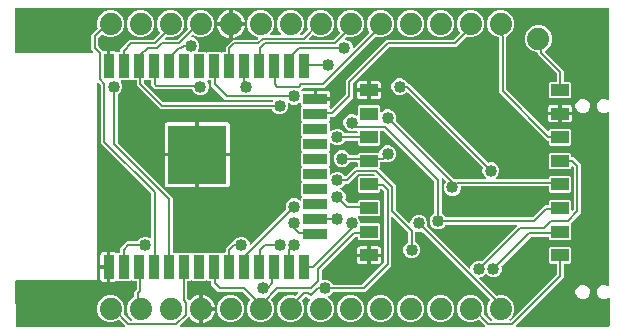
<source format=gbr>
G04 EAGLE Gerber RS-274X export*
G75*
%MOMM*%
%FSLAX34Y34*%
%LPD*%
%INBottom Copper*%
%IPPOS*%
%AMOC8*
5,1,8,0,0,1.08239X$1,22.5*%
G01*
%ADD10R,0.900000X2.000000*%
%ADD11R,2.000000X0.900000*%
%ADD12R,5.000000X5.000000*%
%ADD13R,1.500000X1.000000*%
%ADD14C,1.879600*%
%ADD15C,1.016000*%
%ADD16C,0.203200*%

G36*
X504111Y3744D02*
X504111Y3744D01*
X504132Y3742D01*
X504232Y3764D01*
X504334Y3780D01*
X504352Y3790D01*
X504372Y3795D01*
X504460Y3848D01*
X504551Y3896D01*
X504565Y3911D01*
X504583Y3921D01*
X504650Y4000D01*
X504720Y4074D01*
X504729Y4093D01*
X504743Y4109D01*
X504781Y4204D01*
X504824Y4297D01*
X504826Y4318D01*
X504834Y4337D01*
X504852Y4504D01*
X504801Y27897D01*
X504789Y27967D01*
X504788Y28038D01*
X504769Y28088D01*
X504761Y28140D01*
X504727Y28202D01*
X504703Y28269D01*
X504670Y28310D01*
X504645Y28357D01*
X504594Y28405D01*
X504549Y28461D01*
X504505Y28490D01*
X504467Y28526D01*
X504402Y28555D01*
X504343Y28594D01*
X504291Y28607D01*
X504243Y28629D01*
X504173Y28637D01*
X504104Y28654D01*
X504051Y28650D01*
X503999Y28656D01*
X503930Y28640D01*
X503859Y28635D01*
X503810Y28614D01*
X503758Y28603D01*
X503698Y28566D01*
X503632Y28538D01*
X503575Y28493D01*
X503548Y28476D01*
X503533Y28459D01*
X503501Y28434D01*
X503447Y28379D01*
X501227Y27459D01*
X498823Y27459D01*
X496603Y28379D01*
X494904Y30078D01*
X493984Y32298D01*
X493984Y34702D01*
X494904Y36922D01*
X496603Y38621D01*
X498823Y39541D01*
X501227Y39541D01*
X503447Y38621D01*
X503477Y38591D01*
X503536Y38548D01*
X503589Y38499D01*
X503635Y38477D01*
X503677Y38447D01*
X503746Y38426D01*
X503812Y38396D01*
X503863Y38390D01*
X503912Y38375D01*
X503984Y38377D01*
X504056Y38369D01*
X504106Y38380D01*
X504158Y38381D01*
X504226Y38406D01*
X504297Y38422D01*
X504341Y38448D01*
X504389Y38466D01*
X504445Y38511D01*
X504508Y38548D01*
X504541Y38587D01*
X504581Y38619D01*
X504620Y38680D01*
X504667Y38736D01*
X504686Y38783D01*
X504714Y38826D01*
X504732Y38897D01*
X504758Y38964D01*
X504766Y39034D01*
X504774Y39065D01*
X504772Y39089D01*
X504777Y39131D01*
X504458Y185210D01*
X504451Y185255D01*
X504453Y185300D01*
X504431Y185375D01*
X504418Y185453D01*
X504397Y185493D01*
X504384Y185536D01*
X504339Y185601D01*
X504302Y185670D01*
X504270Y185701D01*
X504244Y185738D01*
X504181Y185785D01*
X504124Y185839D01*
X504083Y185858D01*
X504046Y185885D01*
X503972Y185909D01*
X503900Y185942D01*
X503856Y185947D01*
X503813Y185961D01*
X503734Y185960D01*
X503656Y185969D01*
X503612Y185959D01*
X503567Y185959D01*
X503432Y185919D01*
X503416Y185916D01*
X503412Y185914D01*
X503406Y185912D01*
X501227Y185009D01*
X498823Y185009D01*
X496603Y185929D01*
X494904Y187628D01*
X493984Y189848D01*
X493984Y192252D01*
X494904Y194472D01*
X496603Y196171D01*
X498823Y197091D01*
X501227Y197091D01*
X503380Y196199D01*
X503426Y196188D01*
X503468Y196168D01*
X503545Y196160D01*
X503620Y196143D01*
X503666Y196147D01*
X503712Y196142D01*
X503788Y196158D01*
X503864Y196166D01*
X503907Y196185D01*
X503953Y196195D01*
X504019Y196234D01*
X504089Y196266D01*
X504123Y196297D01*
X504164Y196321D01*
X504213Y196380D01*
X504270Y196432D01*
X504293Y196473D01*
X504323Y196509D01*
X504352Y196580D01*
X504389Y196648D01*
X504397Y196694D01*
X504414Y196737D01*
X504429Y196869D01*
X504433Y196890D01*
X504432Y196895D01*
X504433Y196904D01*
X504266Y273100D01*
X504263Y273119D01*
X504265Y273137D01*
X504243Y273240D01*
X504226Y273342D01*
X504217Y273359D01*
X504213Y273378D01*
X504160Y273468D01*
X504111Y273559D01*
X504097Y273573D01*
X504087Y273589D01*
X504007Y273657D01*
X503932Y273728D01*
X503915Y273736D01*
X503900Y273749D01*
X503803Y273788D01*
X503709Y273832D01*
X503690Y273834D01*
X503672Y273841D01*
X503505Y273859D01*
X2109Y273859D01*
X2089Y273856D01*
X2068Y273858D01*
X1968Y273836D01*
X1866Y273820D01*
X1848Y273810D01*
X1828Y273805D01*
X1740Y273752D01*
X1649Y273704D01*
X1635Y273689D01*
X1617Y273679D01*
X1550Y273600D01*
X1480Y273526D01*
X1471Y273507D01*
X1457Y273491D01*
X1419Y273396D01*
X1376Y273303D01*
X1374Y273282D01*
X1366Y273263D01*
X1348Y273096D01*
X1428Y236472D01*
X1431Y236453D01*
X1429Y236435D01*
X1451Y236332D01*
X1468Y236230D01*
X1477Y236213D01*
X1481Y236194D01*
X1535Y236104D01*
X1584Y236013D01*
X1597Y235999D01*
X1607Y235983D01*
X1687Y235915D01*
X1762Y235844D01*
X1780Y235836D01*
X1794Y235823D01*
X1891Y235784D01*
X1986Y235740D01*
X2005Y235738D01*
X2022Y235731D01*
X2189Y235713D01*
X67002Y235713D01*
X67073Y235724D01*
X67144Y235726D01*
X67193Y235744D01*
X67245Y235752D01*
X67308Y235786D01*
X67375Y235811D01*
X67416Y235843D01*
X67462Y235868D01*
X67511Y235920D01*
X67567Y235964D01*
X67596Y236008D01*
X67631Y236046D01*
X67662Y236111D01*
X67700Y236171D01*
X67713Y236222D01*
X67735Y236269D01*
X67743Y236340D01*
X67760Y236410D01*
X67756Y236462D01*
X67762Y236513D01*
X67747Y236584D01*
X67741Y236655D01*
X67721Y236703D01*
X67710Y236754D01*
X67673Y236815D01*
X67645Y236881D01*
X67600Y236937D01*
X67584Y236965D01*
X67566Y236980D01*
X67540Y237012D01*
X66039Y238513D01*
X66039Y251199D01*
X71286Y256446D01*
X71354Y256540D01*
X71424Y256634D01*
X71426Y256640D01*
X71430Y256645D01*
X71464Y256757D01*
X71500Y256868D01*
X71500Y256874D01*
X71502Y256880D01*
X71499Y256997D01*
X71498Y257114D01*
X71496Y257121D01*
X71496Y257126D01*
X71489Y257144D01*
X71451Y257275D01*
X71119Y258076D01*
X71119Y262624D01*
X72860Y266825D01*
X76075Y270040D01*
X80276Y271781D01*
X84824Y271781D01*
X89025Y270040D01*
X92240Y266825D01*
X93981Y262624D01*
X93981Y258076D01*
X92240Y253875D01*
X89025Y250660D01*
X84824Y248919D01*
X80276Y248919D01*
X76075Y250659D01*
X75637Y251097D01*
X75621Y251109D01*
X75609Y251124D01*
X75522Y251180D01*
X75438Y251241D01*
X75419Y251247D01*
X75402Y251257D01*
X75301Y251283D01*
X75203Y251313D01*
X75183Y251313D01*
X75163Y251317D01*
X75060Y251309D01*
X74957Y251307D01*
X74938Y251300D01*
X74918Y251298D01*
X74823Y251258D01*
X74726Y251222D01*
X74710Y251210D01*
X74692Y251202D01*
X74561Y251097D01*
X72360Y248896D01*
X72307Y248822D01*
X72247Y248753D01*
X72235Y248723D01*
X72216Y248696D01*
X72189Y248609D01*
X72155Y248525D01*
X72151Y248484D01*
X72144Y248461D01*
X72145Y248429D01*
X72137Y248358D01*
X72137Y241354D01*
X72151Y241264D01*
X72159Y241173D01*
X72171Y241143D01*
X72176Y241111D01*
X72219Y241031D01*
X72255Y240947D01*
X72281Y240915D01*
X72292Y240894D01*
X72315Y240872D01*
X72360Y240816D01*
X75712Y237464D01*
X75786Y237411D01*
X75855Y237351D01*
X75885Y237339D01*
X75912Y237320D01*
X75999Y237293D01*
X76083Y237259D01*
X76124Y237255D01*
X76147Y237248D01*
X76179Y237249D01*
X76250Y237241D01*
X79227Y237241D01*
X79227Y225462D01*
X79230Y225442D01*
X79228Y225423D01*
X79250Y225321D01*
X79267Y225219D01*
X79276Y225202D01*
X79280Y225182D01*
X79333Y225093D01*
X79382Y225002D01*
X79396Y224988D01*
X79406Y224971D01*
X79485Y224904D01*
X79560Y224833D01*
X79578Y224824D01*
X79593Y224811D01*
X79689Y224772D01*
X79783Y224729D01*
X79803Y224727D01*
X79821Y224719D01*
X79988Y224701D01*
X81512Y224701D01*
X81532Y224704D01*
X81551Y224702D01*
X81653Y224724D01*
X81755Y224741D01*
X81772Y224750D01*
X81792Y224754D01*
X81881Y224807D01*
X81972Y224856D01*
X81986Y224870D01*
X82003Y224880D01*
X82070Y224959D01*
X82141Y225034D01*
X82150Y225052D01*
X82163Y225067D01*
X82202Y225163D01*
X82245Y225257D01*
X82247Y225277D01*
X82255Y225295D01*
X82273Y225462D01*
X82273Y237241D01*
X85584Y237241D01*
X86231Y237068D01*
X86810Y236733D01*
X86921Y236622D01*
X86937Y236611D01*
X86950Y236595D01*
X87036Y236539D01*
X87121Y236479D01*
X87140Y236473D01*
X87156Y236462D01*
X87257Y236437D01*
X87356Y236406D01*
X87376Y236407D01*
X87395Y236402D01*
X87498Y236410D01*
X87602Y236413D01*
X87620Y236420D01*
X87640Y236421D01*
X87735Y236462D01*
X87833Y236497D01*
X87848Y236510D01*
X87867Y236517D01*
X87998Y236622D01*
X88108Y236733D01*
X89662Y236733D01*
X89682Y236736D01*
X89701Y236734D01*
X89803Y236756D01*
X89905Y236772D01*
X89922Y236782D01*
X89942Y236786D01*
X90031Y236839D01*
X90122Y236888D01*
X90136Y236902D01*
X90153Y236912D01*
X90220Y236991D01*
X90292Y237066D01*
X90300Y237084D01*
X90313Y237099D01*
X90352Y237195D01*
X90395Y237289D01*
X90397Y237309D01*
X90405Y237327D01*
X90423Y237494D01*
X90423Y239007D01*
X98305Y246889D01*
X118310Y246889D01*
X118400Y246903D01*
X118491Y246911D01*
X118521Y246923D01*
X118553Y246928D01*
X118633Y246971D01*
X118717Y247007D01*
X118749Y247033D01*
X118770Y247044D01*
X118792Y247067D01*
X118848Y247112D01*
X124097Y252361D01*
X124109Y252377D01*
X124124Y252389D01*
X124180Y252476D01*
X124241Y252560D01*
X124247Y252580D01*
X124257Y252596D01*
X124283Y252697D01*
X124313Y252796D01*
X124313Y252816D01*
X124317Y252835D01*
X124309Y252938D01*
X124307Y253041D01*
X124300Y253060D01*
X124298Y253080D01*
X124258Y253175D01*
X124222Y253272D01*
X124210Y253288D01*
X124202Y253306D01*
X124097Y253437D01*
X123659Y253875D01*
X121919Y258076D01*
X121919Y262624D01*
X123660Y266825D01*
X126875Y270040D01*
X131076Y271781D01*
X135624Y271781D01*
X139825Y270040D01*
X143040Y266825D01*
X144781Y262624D01*
X144781Y258076D01*
X143040Y253875D01*
X139825Y250660D01*
X135624Y248919D01*
X131076Y248919D01*
X130275Y249251D01*
X130162Y249278D01*
X130048Y249306D01*
X130042Y249306D01*
X130036Y249307D01*
X129919Y249296D01*
X129803Y249287D01*
X129797Y249285D01*
X129791Y249284D01*
X129683Y249236D01*
X129577Y249191D01*
X129571Y249186D01*
X129566Y249184D01*
X129552Y249171D01*
X129446Y249086D01*
X128548Y248188D01*
X128506Y248130D01*
X128457Y248078D01*
X128435Y248031D01*
X128404Y247989D01*
X128383Y247920D01*
X128353Y247855D01*
X128347Y247803D01*
X128332Y247753D01*
X128334Y247682D01*
X128326Y247611D01*
X128337Y247560D01*
X128338Y247508D01*
X128363Y247440D01*
X128378Y247370D01*
X128405Y247326D01*
X128423Y247277D01*
X128468Y247221D01*
X128504Y247159D01*
X128544Y247125D01*
X128576Y247085D01*
X128637Y247046D01*
X128691Y246999D01*
X128740Y246980D01*
X128783Y246952D01*
X128853Y246934D01*
X128919Y246907D01*
X128991Y246899D01*
X129022Y246891D01*
X129045Y246893D01*
X129086Y246889D01*
X138630Y246889D01*
X138720Y246903D01*
X138811Y246911D01*
X138841Y246923D01*
X138873Y246928D01*
X138953Y246971D01*
X139037Y247007D01*
X139069Y247033D01*
X139090Y247044D01*
X139112Y247067D01*
X139168Y247112D01*
X147784Y255727D01*
X147851Y255822D01*
X147922Y255916D01*
X147924Y255922D01*
X147927Y255927D01*
X147961Y256038D01*
X147998Y256150D01*
X147998Y256156D01*
X148000Y256162D01*
X147997Y256279D01*
X147995Y256396D01*
X147993Y256403D01*
X147993Y256408D01*
X147987Y256425D01*
X147949Y256557D01*
X147319Y258076D01*
X147319Y262624D01*
X149060Y266825D01*
X152275Y270040D01*
X156476Y271781D01*
X161024Y271781D01*
X165225Y270040D01*
X168440Y266825D01*
X170181Y262624D01*
X170181Y258076D01*
X168440Y253875D01*
X165225Y250660D01*
X161024Y248919D01*
X156476Y248919D01*
X152210Y250686D01*
X152146Y250733D01*
X152127Y250739D01*
X152110Y250749D01*
X152010Y250775D01*
X151911Y250805D01*
X151891Y250805D01*
X151871Y250809D01*
X151769Y250801D01*
X151665Y250799D01*
X151646Y250792D01*
X151626Y250790D01*
X151531Y250750D01*
X151434Y250714D01*
X151418Y250702D01*
X151400Y250694D01*
X151269Y250589D01*
X150900Y250220D01*
X150858Y250162D01*
X150809Y250110D01*
X150787Y250063D01*
X150756Y250021D01*
X150735Y249952D01*
X150705Y249887D01*
X150699Y249835D01*
X150684Y249785D01*
X150686Y249714D01*
X150678Y249643D01*
X150689Y249592D01*
X150690Y249540D01*
X150715Y249472D01*
X150730Y249402D01*
X150757Y249358D01*
X150775Y249309D01*
X150820Y249253D01*
X150856Y249191D01*
X150896Y249157D01*
X150928Y249117D01*
X150989Y249078D01*
X151043Y249031D01*
X151092Y249012D01*
X151135Y248984D01*
X151205Y248966D01*
X151271Y248939D01*
X151343Y248931D01*
X151374Y248923D01*
X151397Y248925D01*
X151438Y248921D01*
X151783Y248921D01*
X154397Y247838D01*
X156398Y245837D01*
X157481Y243223D01*
X157481Y240393D01*
X156400Y237785D01*
X156390Y237741D01*
X156371Y237699D01*
X156362Y237622D01*
X156344Y237546D01*
X156349Y237500D01*
X156344Y237455D01*
X156360Y237378D01*
X156367Y237301D01*
X156386Y237259D01*
X156396Y237214D01*
X156436Y237147D01*
X156467Y237076D01*
X156498Y237042D01*
X156522Y237003D01*
X156581Y236952D01*
X156634Y236895D01*
X156674Y236873D01*
X156709Y236843D01*
X156781Y236814D01*
X156849Y236777D01*
X156894Y236768D01*
X156937Y236751D01*
X157073Y236736D01*
X157091Y236733D01*
X157096Y236734D01*
X157104Y236733D01*
X162292Y236733D01*
X162762Y236263D01*
X162778Y236251D01*
X162790Y236236D01*
X162877Y236180D01*
X162961Y236119D01*
X162980Y236114D01*
X162997Y236103D01*
X163098Y236078D01*
X163197Y236047D01*
X163216Y236048D01*
X163236Y236043D01*
X163339Y236051D01*
X163442Y236053D01*
X163461Y236060D01*
X163481Y236062D01*
X163576Y236102D01*
X163673Y236138D01*
X163689Y236150D01*
X163707Y236158D01*
X163838Y236263D01*
X164308Y236733D01*
X174992Y236733D01*
X175462Y236263D01*
X175478Y236251D01*
X175490Y236236D01*
X175577Y236180D01*
X175661Y236119D01*
X175680Y236114D01*
X175697Y236103D01*
X175798Y236078D01*
X175897Y236047D01*
X175916Y236048D01*
X175936Y236043D01*
X176039Y236051D01*
X176142Y236053D01*
X176161Y236060D01*
X176181Y236062D01*
X176276Y236102D01*
X176373Y236138D01*
X176389Y236150D01*
X176407Y236158D01*
X176538Y236263D01*
X177008Y236733D01*
X179070Y236733D01*
X179090Y236736D01*
X179109Y236734D01*
X179211Y236756D01*
X179313Y236772D01*
X179330Y236782D01*
X179350Y236786D01*
X179439Y236839D01*
X179530Y236888D01*
X179544Y236902D01*
X179561Y236912D01*
X179628Y236991D01*
X179700Y237066D01*
X179708Y237084D01*
X179721Y237099D01*
X179760Y237195D01*
X179803Y237289D01*
X179805Y237309D01*
X179813Y237327D01*
X179831Y237494D01*
X179831Y241039D01*
X185681Y246889D01*
X205686Y246889D01*
X205776Y246903D01*
X205867Y246911D01*
X205897Y246923D01*
X205929Y246928D01*
X206009Y246971D01*
X206093Y247007D01*
X206125Y247033D01*
X206146Y247044D01*
X206168Y247067D01*
X206224Y247112D01*
X207005Y247892D01*
X207032Y247930D01*
X207065Y247961D01*
X207103Y248029D01*
X207148Y248092D01*
X207162Y248136D01*
X207184Y248176D01*
X207198Y248253D01*
X207221Y248327D01*
X207220Y248373D01*
X207228Y248418D01*
X207216Y248495D01*
X207214Y248573D01*
X207199Y248616D01*
X207192Y248662D01*
X207157Y248731D01*
X207130Y248804D01*
X207101Y248840D01*
X207080Y248881D01*
X207025Y248935D01*
X206976Y248996D01*
X206938Y249021D01*
X206905Y249053D01*
X206785Y249119D01*
X206769Y249129D01*
X206764Y249130D01*
X206758Y249134D01*
X203075Y250660D01*
X199860Y253875D01*
X198119Y258076D01*
X198119Y262624D01*
X199860Y266825D01*
X203075Y270040D01*
X207276Y271781D01*
X211824Y271781D01*
X216025Y270040D01*
X219240Y266825D01*
X220981Y262624D01*
X220981Y258076D01*
X219240Y253875D01*
X217618Y252252D01*
X217576Y252194D01*
X217527Y252142D01*
X217505Y252095D01*
X217474Y252053D01*
X217453Y251984D01*
X217423Y251919D01*
X217417Y251867D01*
X217402Y251817D01*
X217404Y251746D01*
X217396Y251675D01*
X217407Y251624D01*
X217408Y251572D01*
X217433Y251504D01*
X217448Y251434D01*
X217475Y251389D01*
X217493Y251341D01*
X217538Y251285D01*
X217574Y251223D01*
X217614Y251189D01*
X217646Y251149D01*
X217707Y251110D01*
X217761Y251063D01*
X217809Y251044D01*
X217853Y251016D01*
X217923Y250998D01*
X217989Y250971D01*
X218061Y250963D01*
X218092Y250955D01*
X218115Y250957D01*
X218156Y250953D01*
X226344Y250953D01*
X226415Y250964D01*
X226486Y250966D01*
X226535Y250984D01*
X226587Y250992D01*
X226650Y251026D01*
X226717Y251051D01*
X226758Y251083D01*
X226804Y251108D01*
X226853Y251160D01*
X226909Y251204D01*
X226938Y251248D01*
X226973Y251286D01*
X227004Y251351D01*
X227042Y251411D01*
X227055Y251462D01*
X227077Y251509D01*
X227085Y251580D01*
X227103Y251650D01*
X227098Y251702D01*
X227104Y251753D01*
X227089Y251824D01*
X227083Y251895D01*
X227063Y251943D01*
X227052Y251994D01*
X227015Y252055D01*
X226987Y252121D01*
X226942Y252177D01*
X226926Y252205D01*
X226908Y252220D01*
X226882Y252252D01*
X225260Y253875D01*
X223519Y258076D01*
X223519Y262624D01*
X225260Y266825D01*
X228475Y270040D01*
X232676Y271781D01*
X237224Y271781D01*
X241425Y270040D01*
X244640Y266825D01*
X246381Y262624D01*
X246381Y258076D01*
X244640Y253875D01*
X243018Y252252D01*
X242976Y252194D01*
X242927Y252142D01*
X242905Y252095D01*
X242874Y252053D01*
X242853Y251984D01*
X242823Y251919D01*
X242817Y251867D01*
X242802Y251817D01*
X242804Y251746D01*
X242796Y251675D01*
X242807Y251624D01*
X242808Y251572D01*
X242833Y251504D01*
X242848Y251434D01*
X242875Y251389D01*
X242893Y251341D01*
X242938Y251285D01*
X242974Y251223D01*
X243014Y251189D01*
X243046Y251149D01*
X243107Y251110D01*
X243161Y251063D01*
X243209Y251044D01*
X243253Y251016D01*
X243323Y250998D01*
X243389Y250971D01*
X243461Y250963D01*
X243492Y250955D01*
X243515Y250957D01*
X243556Y250953D01*
X244294Y250953D01*
X244384Y250967D01*
X244475Y250975D01*
X244505Y250987D01*
X244537Y250992D01*
X244617Y251035D01*
X244701Y251071D01*
X244733Y251097D01*
X244754Y251108D01*
X244776Y251131D01*
X244832Y251176D01*
X249384Y255727D01*
X249452Y255822D01*
X249522Y255916D01*
X249524Y255922D01*
X249527Y255927D01*
X249561Y256038D01*
X249598Y256150D01*
X249598Y256156D01*
X249600Y256162D01*
X249597Y256279D01*
X249595Y256396D01*
X249593Y256403D01*
X249593Y256408D01*
X249587Y256425D01*
X249549Y256557D01*
X248919Y258076D01*
X248919Y262624D01*
X250660Y266825D01*
X253875Y270040D01*
X258076Y271781D01*
X262624Y271781D01*
X266825Y270040D01*
X270040Y266825D01*
X271781Y262624D01*
X271781Y258076D01*
X270040Y253875D01*
X266825Y250660D01*
X262624Y248919D01*
X258076Y248919D01*
X253810Y250686D01*
X253746Y250733D01*
X253727Y250739D01*
X253710Y250749D01*
X253610Y250775D01*
X253511Y250805D01*
X253491Y250805D01*
X253471Y250809D01*
X253369Y250801D01*
X253265Y250799D01*
X253246Y250792D01*
X253226Y250790D01*
X253131Y250750D01*
X253034Y250714D01*
X253018Y250702D01*
X253000Y250694D01*
X252869Y250589D01*
X250468Y248188D01*
X250426Y248130D01*
X250377Y248078D01*
X250355Y248031D01*
X250324Y247989D01*
X250303Y247920D01*
X250273Y247855D01*
X250267Y247803D01*
X250252Y247753D01*
X250254Y247682D01*
X250246Y247611D01*
X250257Y247560D01*
X250258Y247508D01*
X250283Y247440D01*
X250298Y247370D01*
X250325Y247326D01*
X250343Y247277D01*
X250388Y247221D01*
X250424Y247159D01*
X250464Y247125D01*
X250496Y247085D01*
X250557Y247046D01*
X250611Y246999D01*
X250660Y246980D01*
X250703Y246952D01*
X250773Y246934D01*
X250839Y246907D01*
X250911Y246899D01*
X250942Y246891D01*
X250965Y246893D01*
X251006Y246889D01*
X270710Y246889D01*
X270800Y246903D01*
X270891Y246911D01*
X270921Y246923D01*
X270953Y246928D01*
X271033Y246971D01*
X271117Y247007D01*
X271149Y247033D01*
X271170Y247044D01*
X271192Y247067D01*
X271248Y247112D01*
X276497Y252361D01*
X276509Y252377D01*
X276524Y252389D01*
X276580Y252476D01*
X276641Y252560D01*
X276647Y252580D01*
X276657Y252596D01*
X276683Y252697D01*
X276713Y252796D01*
X276713Y252816D01*
X276717Y252835D01*
X276709Y252938D01*
X276707Y253041D01*
X276700Y253060D01*
X276698Y253080D01*
X276658Y253175D01*
X276622Y253272D01*
X276610Y253288D01*
X276602Y253306D01*
X276497Y253437D01*
X276059Y253875D01*
X274319Y258076D01*
X274319Y262624D01*
X276060Y266825D01*
X279275Y270040D01*
X283476Y271781D01*
X288024Y271781D01*
X292225Y270040D01*
X295440Y266825D01*
X297181Y262624D01*
X297181Y258076D01*
X295440Y253875D01*
X292225Y250660D01*
X288024Y248919D01*
X283476Y248919D01*
X282675Y249251D01*
X282562Y249278D01*
X282448Y249306D01*
X282442Y249306D01*
X282436Y249307D01*
X282319Y249296D01*
X282203Y249287D01*
X282197Y249285D01*
X282191Y249284D01*
X282083Y249236D01*
X281977Y249191D01*
X281971Y249186D01*
X281966Y249184D01*
X281952Y249171D01*
X281846Y249086D01*
X280948Y248188D01*
X280906Y248130D01*
X280857Y248078D01*
X280835Y248031D01*
X280804Y247989D01*
X280783Y247920D01*
X280753Y247855D01*
X280747Y247803D01*
X280732Y247753D01*
X280734Y247682D01*
X280726Y247611D01*
X280737Y247560D01*
X280738Y247508D01*
X280763Y247440D01*
X280778Y247370D01*
X280805Y247326D01*
X280823Y247277D01*
X280868Y247221D01*
X280904Y247159D01*
X280944Y247125D01*
X280976Y247085D01*
X281037Y247046D01*
X281091Y246999D01*
X281140Y246980D01*
X281183Y246952D01*
X281253Y246934D01*
X281319Y246907D01*
X281391Y246899D01*
X281422Y246891D01*
X281445Y246893D01*
X281486Y246889D01*
X281831Y246889D01*
X284445Y245806D01*
X286446Y243805D01*
X287529Y241191D01*
X287529Y240846D01*
X287540Y240775D01*
X287542Y240704D01*
X287560Y240655D01*
X287568Y240603D01*
X287602Y240540D01*
X287627Y240473D01*
X287659Y240432D01*
X287684Y240386D01*
X287735Y240337D01*
X287780Y240281D01*
X287824Y240252D01*
X287862Y240217D01*
X287927Y240186D01*
X287987Y240148D01*
X288038Y240135D01*
X288085Y240113D01*
X288156Y240105D01*
X288226Y240088D01*
X288278Y240092D01*
X288329Y240086D01*
X288400Y240101D01*
X288471Y240107D01*
X288519Y240127D01*
X288570Y240138D01*
X288631Y240175D01*
X288697Y240203D01*
X288753Y240248D01*
X288781Y240264D01*
X288796Y240282D01*
X288828Y240308D01*
X301389Y252869D01*
X301401Y252885D01*
X301417Y252898D01*
X301473Y252985D01*
X301533Y253069D01*
X301539Y253088D01*
X301550Y253105D01*
X301575Y253205D01*
X301605Y253304D01*
X301605Y253324D01*
X301609Y253343D01*
X301601Y253446D01*
X301599Y253549D01*
X301592Y253568D01*
X301590Y253588D01*
X301550Y253683D01*
X301514Y253780D01*
X301502Y253796D01*
X301494Y253815D01*
X301475Y253839D01*
X299719Y258076D01*
X299719Y262624D01*
X301460Y266825D01*
X304675Y270040D01*
X308876Y271781D01*
X313424Y271781D01*
X317625Y270040D01*
X320840Y266825D01*
X322581Y262624D01*
X322581Y258076D01*
X320840Y253875D01*
X317625Y250660D01*
X313424Y248919D01*
X308876Y248919D01*
X307357Y249549D01*
X307243Y249575D01*
X307130Y249604D01*
X307123Y249603D01*
X307117Y249605D01*
X307001Y249594D01*
X306885Y249585D01*
X306879Y249582D01*
X306872Y249582D01*
X306765Y249534D01*
X306658Y249488D01*
X306652Y249484D01*
X306648Y249482D01*
X306634Y249469D01*
X306527Y249384D01*
X263391Y206247D01*
X245418Y206247D01*
X245328Y206233D01*
X245237Y206225D01*
X245207Y206213D01*
X245175Y206208D01*
X245095Y206165D01*
X245011Y206129D01*
X244979Y206103D01*
X244958Y206092D01*
X244945Y206079D01*
X244944Y206078D01*
X244933Y206067D01*
X244880Y206024D01*
X243525Y204670D01*
X243511Y204650D01*
X243492Y204635D01*
X243440Y204551D01*
X243382Y204470D01*
X243375Y204447D01*
X243362Y204426D01*
X243338Y204330D01*
X243309Y204235D01*
X243310Y204211D01*
X243304Y204187D01*
X243313Y204088D01*
X243316Y203989D01*
X243324Y203966D01*
X243326Y203942D01*
X243366Y203851D01*
X243400Y203758D01*
X243415Y203739D01*
X243425Y203717D01*
X243492Y203644D01*
X243554Y203566D01*
X243574Y203553D01*
X243590Y203535D01*
X243677Y203487D01*
X243761Y203433D01*
X243784Y203427D01*
X243805Y203415D01*
X243903Y203397D01*
X243999Y203373D01*
X244023Y203375D01*
X244047Y203370D01*
X244145Y203384D01*
X244244Y203392D01*
X244267Y203401D01*
X244290Y203405D01*
X244444Y203472D01*
X244869Y203718D01*
X245516Y203891D01*
X254327Y203891D01*
X254327Y197612D01*
X254330Y197592D01*
X254328Y197573D01*
X254350Y197471D01*
X254367Y197369D01*
X254376Y197352D01*
X254380Y197332D01*
X254433Y197243D01*
X254482Y197152D01*
X254496Y197138D01*
X254506Y197121D01*
X254585Y197054D01*
X254660Y196983D01*
X254678Y196974D01*
X254693Y196961D01*
X254789Y196922D01*
X254883Y196879D01*
X254903Y196877D01*
X254921Y196869D01*
X255088Y196851D01*
X255851Y196851D01*
X255851Y196088D01*
X255854Y196068D01*
X255852Y196049D01*
X255874Y195947D01*
X255891Y195845D01*
X255900Y195828D01*
X255904Y195808D01*
X255957Y195719D01*
X256006Y195628D01*
X256020Y195614D01*
X256030Y195597D01*
X256109Y195530D01*
X256184Y195459D01*
X256202Y195450D01*
X256217Y195437D01*
X256313Y195398D01*
X256407Y195355D01*
X256427Y195353D01*
X256445Y195345D01*
X256612Y195327D01*
X268391Y195327D01*
X268391Y192016D01*
X268218Y191369D01*
X267883Y190790D01*
X267772Y190679D01*
X267761Y190663D01*
X267745Y190650D01*
X267689Y190564D01*
X267629Y190479D01*
X267623Y190460D01*
X267612Y190444D01*
X267587Y190343D01*
X267556Y190244D01*
X267557Y190224D01*
X267552Y190205D01*
X267560Y190102D01*
X267563Y189998D01*
X267570Y189980D01*
X267571Y189960D01*
X267612Y189865D01*
X267647Y189767D01*
X267660Y189752D01*
X267667Y189733D01*
X267772Y189602D01*
X267883Y189492D01*
X267883Y188722D01*
X267886Y188703D01*
X267884Y188685D01*
X267884Y188684D01*
X267884Y188683D01*
X267906Y188581D01*
X267922Y188479D01*
X267932Y188462D01*
X267936Y188442D01*
X267989Y188353D01*
X268038Y188262D01*
X268052Y188248D01*
X268062Y188231D01*
X268141Y188164D01*
X268216Y188092D01*
X268234Y188084D01*
X268249Y188071D01*
X268345Y188032D01*
X268439Y187989D01*
X268459Y187987D01*
X268477Y187979D01*
X268609Y187965D01*
X268614Y187963D01*
X268617Y187964D01*
X268644Y187961D01*
X268678Y187961D01*
X268768Y187975D01*
X268859Y187983D01*
X268889Y187995D01*
X268921Y188000D01*
X269001Y188043D01*
X269085Y188079D01*
X269117Y188105D01*
X269138Y188116D01*
X269140Y188118D01*
X269161Y188139D01*
X269216Y188184D01*
X281208Y200176D01*
X281261Y200250D01*
X281321Y200319D01*
X281333Y200349D01*
X281352Y200376D01*
X281379Y200463D01*
X281413Y200547D01*
X281417Y200588D01*
X281424Y200611D01*
X281423Y200643D01*
X281431Y200714D01*
X281431Y212591D01*
X315729Y246889D01*
X372310Y246889D01*
X372400Y246903D01*
X372491Y246911D01*
X372521Y246923D01*
X372553Y246928D01*
X372633Y246971D01*
X372717Y247007D01*
X372749Y247033D01*
X372770Y247044D01*
X372792Y247067D01*
X372848Y247112D01*
X378097Y252361D01*
X378109Y252377D01*
X378124Y252389D01*
X378180Y252476D01*
X378241Y252560D01*
X378247Y252580D01*
X378257Y252596D01*
X378283Y252697D01*
X378313Y252796D01*
X378313Y252816D01*
X378317Y252835D01*
X378309Y252938D01*
X378307Y253041D01*
X378300Y253060D01*
X378298Y253080D01*
X378258Y253175D01*
X378222Y253272D01*
X378210Y253288D01*
X378202Y253306D01*
X378097Y253437D01*
X377659Y253875D01*
X375919Y258076D01*
X375919Y262624D01*
X377660Y266825D01*
X380875Y270040D01*
X385076Y271781D01*
X389624Y271781D01*
X393825Y270040D01*
X397040Y266825D01*
X398781Y262624D01*
X398781Y258076D01*
X397040Y253875D01*
X393825Y250660D01*
X389624Y248919D01*
X385076Y248919D01*
X384275Y249251D01*
X384162Y249278D01*
X384048Y249306D01*
X384042Y249306D01*
X384036Y249307D01*
X383919Y249296D01*
X383803Y249287D01*
X383797Y249285D01*
X383791Y249284D01*
X383683Y249236D01*
X383577Y249191D01*
X383571Y249186D01*
X383566Y249184D01*
X383552Y249171D01*
X383446Y249086D01*
X375151Y240791D01*
X318570Y240791D01*
X318480Y240777D01*
X318389Y240769D01*
X318359Y240757D01*
X318327Y240752D01*
X318247Y240709D01*
X318163Y240673D01*
X318131Y240647D01*
X318110Y240636D01*
X318088Y240613D01*
X318032Y240568D01*
X287752Y210288D01*
X287699Y210214D01*
X287639Y210145D01*
X287627Y210115D01*
X287608Y210088D01*
X287581Y210001D01*
X287547Y209917D01*
X287543Y209876D01*
X287536Y209853D01*
X287537Y209821D01*
X287529Y209750D01*
X287529Y197873D01*
X271519Y181863D01*
X268644Y181863D01*
X268624Y181860D01*
X268605Y181862D01*
X268503Y181840D01*
X268401Y181824D01*
X268384Y181814D01*
X268364Y181810D01*
X268275Y181757D01*
X268184Y181708D01*
X268170Y181694D01*
X268153Y181684D01*
X268086Y181605D01*
X268014Y181530D01*
X268006Y181512D01*
X267993Y181497D01*
X267954Y181401D01*
X267911Y181307D01*
X267909Y181287D01*
X267901Y181269D01*
X267883Y181102D01*
X267883Y178808D01*
X267413Y178338D01*
X267401Y178322D01*
X267386Y178310D01*
X267330Y178223D01*
X267269Y178139D01*
X267264Y178120D01*
X267253Y178103D01*
X267228Y178002D01*
X267197Y177903D01*
X267198Y177884D01*
X267193Y177864D01*
X267201Y177761D01*
X267203Y177658D01*
X267210Y177639D01*
X267212Y177619D01*
X267252Y177524D01*
X267288Y177427D01*
X267300Y177411D01*
X267308Y177393D01*
X267413Y177262D01*
X267883Y176792D01*
X267883Y170051D01*
X267894Y169981D01*
X267896Y169909D01*
X267914Y169860D01*
X267922Y169809D01*
X267956Y169745D01*
X267981Y169678D01*
X268013Y169637D01*
X268038Y169591D01*
X268090Y169542D01*
X268134Y169486D01*
X268178Y169458D01*
X268216Y169422D01*
X268281Y169392D01*
X268341Y169353D01*
X268392Y169340D01*
X268439Y169318D01*
X268510Y169310D01*
X268580Y169293D01*
X268632Y169297D01*
X268683Y169291D01*
X268754Y169306D01*
X268825Y169312D01*
X268873Y169332D01*
X268924Y169343D01*
X268985Y169380D01*
X269051Y169408D01*
X269107Y169453D01*
X269135Y169470D01*
X269150Y169487D01*
X269182Y169513D01*
X270291Y170622D01*
X272905Y171705D01*
X275735Y171705D01*
X278349Y170622D01*
X280350Y168621D01*
X280561Y168111D01*
X280623Y168011D01*
X280683Y167911D01*
X280688Y167907D01*
X280691Y167902D01*
X280781Y167827D01*
X280870Y167751D01*
X280876Y167749D01*
X280880Y167745D01*
X280989Y167703D01*
X281098Y167659D01*
X281105Y167658D01*
X281110Y167657D01*
X281128Y167656D01*
X281265Y167641D01*
X290756Y167641D01*
X290776Y167644D01*
X290795Y167642D01*
X290897Y167664D01*
X290999Y167680D01*
X291016Y167690D01*
X291036Y167694D01*
X291125Y167747D01*
X291216Y167796D01*
X291230Y167810D01*
X291247Y167820D01*
X291314Y167899D01*
X291386Y167974D01*
X291394Y167992D01*
X291407Y168007D01*
X291446Y168103D01*
X291489Y168197D01*
X291491Y168217D01*
X291499Y168235D01*
X291517Y168402D01*
X291517Y168910D01*
X291514Y168930D01*
X291516Y168949D01*
X291494Y169051D01*
X291478Y169153D01*
X291468Y169170D01*
X291464Y169190D01*
X291411Y169279D01*
X291362Y169370D01*
X291348Y169384D01*
X291338Y169401D01*
X291259Y169468D01*
X291184Y169540D01*
X291166Y169548D01*
X291151Y169561D01*
X291055Y169600D01*
X290961Y169643D01*
X290941Y169645D01*
X290923Y169653D01*
X290756Y169671D01*
X289313Y169671D01*
X289267Y169718D01*
X289172Y169786D01*
X289078Y169856D01*
X289072Y169858D01*
X289067Y169861D01*
X288955Y169896D01*
X288844Y169932D01*
X288838Y169932D01*
X288832Y169934D01*
X288715Y169931D01*
X288598Y169929D01*
X288591Y169927D01*
X288586Y169927D01*
X288569Y169921D01*
X288437Y169883D01*
X287927Y169671D01*
X285097Y169671D01*
X282483Y170754D01*
X280482Y172755D01*
X279399Y175369D01*
X279399Y178199D01*
X280482Y180813D01*
X282483Y182814D01*
X285097Y183897D01*
X287927Y183897D01*
X290465Y182845D01*
X290509Y182835D01*
X290551Y182816D01*
X290628Y182807D01*
X290704Y182789D01*
X290750Y182794D01*
X290795Y182789D01*
X290872Y182805D01*
X290949Y182812D01*
X290991Y182831D01*
X291036Y182841D01*
X291103Y182881D01*
X291174Y182912D01*
X291208Y182943D01*
X291247Y182967D01*
X291298Y183026D01*
X291355Y183079D01*
X291377Y183119D01*
X291407Y183154D01*
X291436Y183226D01*
X291473Y183294D01*
X291482Y183339D01*
X291499Y183382D01*
X291514Y183518D01*
X291517Y183536D01*
X291516Y183541D01*
X291517Y183549D01*
X291517Y190292D01*
X292708Y191483D01*
X309392Y191483D01*
X310583Y190292D01*
X310583Y186335D01*
X310594Y186265D01*
X310596Y186193D01*
X310614Y186144D01*
X310622Y186093D01*
X310656Y186029D01*
X310681Y185962D01*
X310713Y185921D01*
X310738Y185875D01*
X310790Y185826D01*
X310834Y185770D01*
X310878Y185742D01*
X310916Y185706D01*
X310981Y185676D01*
X311041Y185637D01*
X311092Y185624D01*
X311139Y185602D01*
X311210Y185594D01*
X311280Y185577D01*
X311332Y185581D01*
X311383Y185575D01*
X311454Y185590D01*
X311525Y185596D01*
X311573Y185616D01*
X311624Y185627D01*
X311685Y185664D01*
X311751Y185692D01*
X311807Y185737D01*
X311835Y185754D01*
X311850Y185771D01*
X311882Y185797D01*
X312963Y186878D01*
X315577Y187961D01*
X318407Y187961D01*
X321021Y186878D01*
X323022Y184877D01*
X324105Y182263D01*
X324105Y179433D01*
X323893Y178923D01*
X323867Y178809D01*
X323838Y178696D01*
X323839Y178689D01*
X323837Y178683D01*
X323848Y178567D01*
X323857Y178451D01*
X323860Y178445D01*
X323860Y178438D01*
X323908Y178331D01*
X323954Y178224D01*
X323958Y178218D01*
X323960Y178214D01*
X323973Y178200D01*
X324058Y178093D01*
X372904Y129247D01*
X372957Y129209D01*
X373004Y129163D01*
X373077Y129123D01*
X373104Y129104D01*
X373123Y129098D01*
X373151Y129082D01*
X373781Y128821D01*
X373895Y128795D01*
X374008Y128766D01*
X374015Y128767D01*
X374021Y128765D01*
X374137Y128776D01*
X374253Y128785D01*
X374259Y128788D01*
X374266Y128788D01*
X374373Y128836D01*
X374480Y128882D01*
X374486Y128886D01*
X374490Y128888D01*
X374504Y128901D01*
X374611Y128986D01*
X374657Y129033D01*
X399583Y129033D01*
X399653Y129044D01*
X399725Y129046D01*
X399774Y129064D01*
X399825Y129072D01*
X399889Y129106D01*
X399956Y129131D01*
X399997Y129163D01*
X400043Y129188D01*
X400092Y129240D01*
X400148Y129284D01*
X400176Y129328D01*
X400212Y129366D01*
X400242Y129431D01*
X400281Y129491D01*
X400294Y129542D01*
X400316Y129589D01*
X400324Y129660D01*
X400341Y129730D01*
X400337Y129782D01*
X400343Y129833D01*
X400328Y129904D01*
X400322Y129975D01*
X400302Y130023D01*
X400291Y130074D01*
X400254Y130135D01*
X400226Y130201D01*
X400181Y130257D01*
X400164Y130285D01*
X400147Y130300D01*
X400121Y130332D01*
X398338Y132115D01*
X397255Y134729D01*
X397255Y137559D01*
X397467Y138069D01*
X397493Y138182D01*
X397522Y138296D01*
X397521Y138303D01*
X397523Y138309D01*
X397512Y138425D01*
X397503Y138541D01*
X397500Y138547D01*
X397500Y138553D01*
X397452Y138661D01*
X397406Y138768D01*
X397402Y138774D01*
X397400Y138778D01*
X397387Y138792D01*
X397302Y138899D01*
X333612Y202588D01*
X333596Y202600D01*
X333583Y202616D01*
X333496Y202672D01*
X333412Y202732D01*
X333393Y202738D01*
X333376Y202749D01*
X333276Y202774D01*
X333177Y202804D01*
X333157Y202804D01*
X333138Y202809D01*
X333035Y202801D01*
X332931Y202798D01*
X332912Y202791D01*
X332893Y202790D01*
X332798Y202749D01*
X332700Y202714D01*
X332685Y202701D01*
X332666Y202693D01*
X332535Y202588D01*
X331181Y201234D01*
X328567Y200151D01*
X325737Y200151D01*
X323123Y201234D01*
X321122Y203235D01*
X320039Y205849D01*
X320039Y208679D01*
X321122Y211293D01*
X323123Y213294D01*
X325737Y214377D01*
X328567Y214377D01*
X331181Y213294D01*
X333182Y211293D01*
X333393Y210783D01*
X333455Y210683D01*
X333515Y210583D01*
X333520Y210579D01*
X333523Y210574D01*
X333613Y210499D01*
X333702Y210423D01*
X333708Y210421D01*
X333712Y210417D01*
X333821Y210375D01*
X333930Y210331D01*
X333937Y210330D01*
X333942Y210329D01*
X333960Y210328D01*
X334097Y210313D01*
X334511Y210313D01*
X401613Y143210D01*
X401708Y143143D01*
X401802Y143072D01*
X401808Y143070D01*
X401813Y143067D01*
X401924Y143032D01*
X402036Y142996D01*
X402042Y142996D01*
X402048Y142994D01*
X402165Y142997D01*
X402282Y142999D01*
X402289Y143001D01*
X402294Y143001D01*
X402311Y143007D01*
X402443Y143045D01*
X402953Y143257D01*
X405783Y143257D01*
X408397Y142174D01*
X410398Y140173D01*
X411481Y137559D01*
X411481Y134729D01*
X410398Y132115D01*
X408615Y130332D01*
X408573Y130274D01*
X408524Y130222D01*
X408502Y130175D01*
X408472Y130133D01*
X408451Y130064D01*
X408420Y129999D01*
X408415Y129947D01*
X408399Y129897D01*
X408401Y129826D01*
X408393Y129755D01*
X408404Y129704D01*
X408406Y129652D01*
X408430Y129584D01*
X408445Y129514D01*
X408472Y129469D01*
X408490Y129421D01*
X408535Y129365D01*
X408572Y129303D01*
X408611Y129269D01*
X408644Y129229D01*
X408704Y129190D01*
X408759Y129143D01*
X408807Y129124D01*
X408851Y129096D01*
X408920Y129078D01*
X408987Y129051D01*
X409058Y129043D01*
X409089Y129035D01*
X409113Y129037D01*
X409153Y129033D01*
X452756Y129033D01*
X452776Y129036D01*
X452795Y129034D01*
X452897Y129056D01*
X452999Y129072D01*
X453016Y129082D01*
X453036Y129086D01*
X453125Y129139D01*
X453216Y129188D01*
X453230Y129202D01*
X453247Y129212D01*
X453314Y129291D01*
X453386Y129366D01*
X453394Y129384D01*
X453407Y129399D01*
X453446Y129495D01*
X453489Y129589D01*
X453491Y129609D01*
X453499Y129627D01*
X453517Y129794D01*
X453517Y130292D01*
X454708Y131483D01*
X471392Y131483D01*
X472583Y130292D01*
X472583Y118608D01*
X471392Y117417D01*
X454708Y117417D01*
X453517Y118608D01*
X453517Y122174D01*
X453514Y122194D01*
X453516Y122213D01*
X453494Y122315D01*
X453478Y122417D01*
X453468Y122434D01*
X453464Y122454D01*
X453411Y122543D01*
X453362Y122634D01*
X453348Y122648D01*
X453338Y122665D01*
X453259Y122732D01*
X453184Y122804D01*
X453166Y122812D01*
X453151Y122825D01*
X453055Y122864D01*
X452961Y122907D01*
X452941Y122909D01*
X452923Y122917D01*
X452756Y122935D01*
X379730Y122935D01*
X379710Y122932D01*
X379691Y122934D01*
X379589Y122912D01*
X379487Y122896D01*
X379470Y122886D01*
X379450Y122882D01*
X379361Y122829D01*
X379270Y122780D01*
X379256Y122766D01*
X379239Y122756D01*
X379172Y122677D01*
X379100Y122602D01*
X379092Y122584D01*
X379079Y122569D01*
X379040Y122473D01*
X378997Y122379D01*
X378995Y122359D01*
X378987Y122341D01*
X378969Y122174D01*
X378969Y120505D01*
X377886Y117891D01*
X375885Y115890D01*
X373271Y114807D01*
X370441Y114807D01*
X367827Y115890D01*
X365826Y117891D01*
X364743Y120505D01*
X364743Y123335D01*
X365826Y125949D01*
X366164Y126287D01*
X366176Y126304D01*
X366192Y126316D01*
X366248Y126403D01*
X366308Y126487D01*
X366314Y126506D01*
X366325Y126523D01*
X366350Y126623D01*
X366380Y126722D01*
X366380Y126742D01*
X366385Y126761D01*
X366377Y126864D01*
X366374Y126968D01*
X366367Y126987D01*
X366366Y127007D01*
X366325Y127102D01*
X366290Y127199D01*
X366277Y127215D01*
X366269Y127233D01*
X366164Y127364D01*
X364012Y129516D01*
X363954Y129558D01*
X363902Y129607D01*
X363855Y129629D01*
X363813Y129660D01*
X363744Y129681D01*
X363679Y129711D01*
X363627Y129717D01*
X363577Y129732D01*
X363506Y129730D01*
X363435Y129738D01*
X363384Y129727D01*
X363332Y129726D01*
X363264Y129701D01*
X363194Y129686D01*
X363149Y129659D01*
X363101Y129641D01*
X363045Y129596D01*
X362983Y129560D01*
X362949Y129520D01*
X362909Y129488D01*
X362870Y129427D01*
X362823Y129373D01*
X362804Y129324D01*
X362776Y129281D01*
X362758Y129211D01*
X362731Y129145D01*
X362723Y129073D01*
X362715Y129042D01*
X362717Y129019D01*
X362713Y128978D01*
X362713Y100417D01*
X362716Y100398D01*
X362714Y100380D01*
X362733Y100291D01*
X362749Y100186D01*
X362751Y100180D01*
X362752Y100174D01*
X362763Y100154D01*
X362766Y100140D01*
X362806Y100073D01*
X362807Y100072D01*
X362860Y99966D01*
X362865Y99962D01*
X362868Y99956D01*
X362886Y99939D01*
X362892Y99929D01*
X362940Y99887D01*
X362952Y99877D01*
X363036Y99794D01*
X363042Y99791D01*
X363046Y99787D01*
X363063Y99779D01*
X363074Y99773D01*
X363079Y99769D01*
X363090Y99764D01*
X363183Y99713D01*
X363693Y99502D01*
X365694Y97501D01*
X365905Y96991D01*
X365967Y96891D01*
X366027Y96791D01*
X366032Y96787D01*
X366035Y96782D01*
X366125Y96707D01*
X366214Y96631D01*
X366220Y96629D01*
X366224Y96625D01*
X366333Y96583D01*
X366442Y96539D01*
X366449Y96538D01*
X366454Y96537D01*
X366472Y96536D01*
X366609Y96521D01*
X439366Y96521D01*
X439456Y96535D01*
X439547Y96543D01*
X439577Y96555D01*
X439609Y96560D01*
X439689Y96603D01*
X439773Y96639D01*
X439805Y96665D01*
X439826Y96676D01*
X439848Y96699D01*
X439904Y96744D01*
X449841Y106681D01*
X452756Y106681D01*
X452776Y106684D01*
X452795Y106682D01*
X452897Y106704D01*
X452999Y106720D01*
X453016Y106730D01*
X453036Y106734D01*
X453125Y106787D01*
X453216Y106836D01*
X453230Y106850D01*
X453247Y106860D01*
X453314Y106939D01*
X453386Y107014D01*
X453394Y107032D01*
X453407Y107047D01*
X453446Y107143D01*
X453489Y107237D01*
X453491Y107257D01*
X453499Y107275D01*
X453517Y107442D01*
X453517Y110292D01*
X454708Y111483D01*
X471392Y111483D01*
X472583Y110292D01*
X472583Y102812D01*
X472594Y102741D01*
X472596Y102670D01*
X472614Y102621D01*
X472622Y102569D01*
X472656Y102506D01*
X472681Y102439D01*
X472713Y102398D01*
X472738Y102352D01*
X472789Y102303D01*
X472834Y102247D01*
X472878Y102218D01*
X472916Y102183D01*
X472981Y102152D01*
X473041Y102114D01*
X473092Y102101D01*
X473139Y102079D01*
X473210Y102071D01*
X473280Y102054D01*
X473332Y102058D01*
X473383Y102052D01*
X473454Y102067D01*
X473525Y102073D01*
X473573Y102093D01*
X473624Y102104D01*
X473685Y102141D01*
X473751Y102169D01*
X473807Y102214D01*
X473835Y102230D01*
X473850Y102248D01*
X473882Y102274D01*
X474248Y102640D01*
X474302Y102714D01*
X474361Y102783D01*
X474373Y102813D01*
X474392Y102840D01*
X474419Y102927D01*
X474453Y103011D01*
X474457Y103052D01*
X474464Y103075D01*
X474463Y103107D01*
X474471Y103178D01*
X474471Y138630D01*
X474457Y138720D01*
X474449Y138811D01*
X474437Y138841D01*
X474432Y138873D01*
X474389Y138953D01*
X474353Y139037D01*
X474327Y139069D01*
X474316Y139090D01*
X474293Y139112D01*
X474248Y139168D01*
X473882Y139534D01*
X473824Y139576D01*
X473772Y139625D01*
X473725Y139647D01*
X473683Y139678D01*
X473614Y139699D01*
X473549Y139729D01*
X473497Y139735D01*
X473447Y139750D01*
X473376Y139748D01*
X473305Y139756D01*
X473254Y139745D01*
X473202Y139744D01*
X473134Y139719D01*
X473064Y139704D01*
X473019Y139677D01*
X472971Y139659D01*
X472915Y139614D01*
X472853Y139578D01*
X472819Y139538D01*
X472779Y139506D01*
X472740Y139445D01*
X472693Y139391D01*
X472674Y139342D01*
X472646Y139299D01*
X472628Y139229D01*
X472601Y139163D01*
X472593Y139091D01*
X472585Y139060D01*
X472587Y139037D01*
X472583Y138996D01*
X472583Y138608D01*
X471392Y137417D01*
X454708Y137417D01*
X453517Y138608D01*
X453517Y150292D01*
X454708Y151483D01*
X471392Y151483D01*
X472583Y150292D01*
X472583Y148082D01*
X472586Y148062D01*
X472584Y148043D01*
X472606Y147941D01*
X472622Y147839D01*
X472632Y147822D01*
X472636Y147802D01*
X472689Y147713D01*
X472738Y147622D01*
X472752Y147608D01*
X472762Y147591D01*
X472841Y147524D01*
X472916Y147452D01*
X472934Y147444D01*
X472949Y147431D01*
X473045Y147392D01*
X473139Y147349D01*
X473159Y147347D01*
X473177Y147339D01*
X473344Y147321D01*
X474719Y147321D01*
X480569Y141471D01*
X480569Y100337D01*
X472664Y92432D01*
X472091Y91860D01*
X472080Y91844D01*
X472064Y91831D01*
X472008Y91744D01*
X471948Y91660D01*
X471942Y91641D01*
X471931Y91624D01*
X471906Y91524D01*
X471876Y91425D01*
X471876Y91405D01*
X471871Y91386D01*
X471879Y91283D01*
X471882Y91179D01*
X471889Y91160D01*
X471890Y91141D01*
X471931Y91046D01*
X471966Y90948D01*
X471979Y90933D01*
X471987Y90914D01*
X472091Y90783D01*
X472583Y90292D01*
X472583Y78608D01*
X471392Y77417D01*
X454708Y77417D01*
X453517Y78608D01*
X453517Y79502D01*
X453514Y79522D01*
X453516Y79541D01*
X453494Y79643D01*
X453478Y79745D01*
X453468Y79762D01*
X453464Y79782D01*
X453411Y79871D01*
X453362Y79962D01*
X453348Y79976D01*
X453338Y79993D01*
X453259Y80060D01*
X453184Y80132D01*
X453166Y80140D01*
X453151Y80153D01*
X453055Y80192D01*
X452961Y80235D01*
X452941Y80237D01*
X452923Y80245D01*
X452756Y80263D01*
X438458Y80263D01*
X438368Y80249D01*
X438277Y80241D01*
X438247Y80229D01*
X438215Y80224D01*
X438135Y80181D01*
X438051Y80145D01*
X438019Y80119D01*
X437998Y80108D01*
X437976Y80085D01*
X437920Y80040D01*
X413466Y55587D01*
X413399Y55492D01*
X413328Y55398D01*
X413326Y55392D01*
X413323Y55387D01*
X413288Y55276D01*
X413252Y55164D01*
X413252Y55158D01*
X413250Y55152D01*
X413253Y55035D01*
X413255Y54918D01*
X413257Y54911D01*
X413257Y54906D01*
X413263Y54889D01*
X413301Y54757D01*
X413513Y54247D01*
X413513Y51417D01*
X412430Y48803D01*
X410429Y46802D01*
X407815Y45719D01*
X404985Y45719D01*
X402371Y46802D01*
X400842Y48331D01*
X400826Y48342D01*
X400814Y48358D01*
X400726Y48414D01*
X400643Y48474D01*
X400624Y48480D01*
X400607Y48491D01*
X400506Y48516D01*
X400407Y48547D01*
X400388Y48546D01*
X400368Y48551D01*
X400265Y48543D01*
X400162Y48540D01*
X400143Y48533D01*
X400123Y48532D01*
X400028Y48492D01*
X399931Y48456D01*
X399915Y48443D01*
X399897Y48436D01*
X399766Y48331D01*
X398237Y46802D01*
X395623Y45719D01*
X395278Y45719D01*
X395207Y45708D01*
X395136Y45706D01*
X395087Y45688D01*
X395035Y45680D01*
X394972Y45646D01*
X394905Y45621D01*
X394864Y45589D01*
X394818Y45564D01*
X394769Y45513D01*
X394713Y45468D01*
X394684Y45424D01*
X394649Y45386D01*
X394618Y45321D01*
X394580Y45261D01*
X394567Y45210D01*
X394545Y45163D01*
X394537Y45092D01*
X394520Y45022D01*
X394524Y44970D01*
X394518Y44919D01*
X394533Y44848D01*
X394539Y44777D01*
X394559Y44729D01*
X394570Y44678D01*
X394607Y44617D01*
X394635Y44551D01*
X394680Y44495D01*
X394696Y44467D01*
X394714Y44452D01*
X394740Y44420D01*
X408846Y30314D01*
X408940Y30246D01*
X409034Y30176D01*
X409040Y30174D01*
X409045Y30170D01*
X409157Y30136D01*
X409268Y30100D01*
X409274Y30100D01*
X409280Y30098D01*
X409397Y30101D01*
X409514Y30102D01*
X409521Y30104D01*
X409526Y30104D01*
X409544Y30111D01*
X409675Y30149D01*
X410476Y30481D01*
X415024Y30481D01*
X419225Y28740D01*
X422440Y25525D01*
X424181Y21324D01*
X424181Y16776D01*
X422440Y12575D01*
X420310Y10444D01*
X420268Y10386D01*
X420219Y10334D01*
X420197Y10287D01*
X420166Y10245D01*
X420145Y10176D01*
X420115Y10111D01*
X420109Y10059D01*
X420094Y10009D01*
X420096Y9938D01*
X420088Y9867D01*
X420099Y9816D01*
X420100Y9764D01*
X420125Y9696D01*
X420140Y9626D01*
X420167Y9581D01*
X420185Y9533D01*
X420230Y9477D01*
X420266Y9415D01*
X420306Y9381D01*
X420338Y9341D01*
X420399Y9302D01*
X420453Y9255D01*
X420501Y9236D01*
X420545Y9208D01*
X420615Y9190D01*
X420681Y9163D01*
X420753Y9155D01*
X420784Y9147D01*
X420807Y9149D01*
X420848Y9145D01*
X421078Y9145D01*
X421168Y9159D01*
X421259Y9167D01*
X421289Y9179D01*
X421321Y9184D01*
X421401Y9227D01*
X421485Y9263D01*
X421517Y9289D01*
X421538Y9300D01*
X421560Y9323D01*
X421616Y9368D01*
X460024Y47776D01*
X460077Y47850D01*
X460137Y47919D01*
X460149Y47949D01*
X460168Y47976D01*
X460195Y48063D01*
X460229Y48147D01*
X460233Y48188D01*
X460240Y48211D01*
X460239Y48243D01*
X460247Y48314D01*
X460247Y56656D01*
X460244Y56676D01*
X460246Y56695D01*
X460224Y56797D01*
X460208Y56899D01*
X460198Y56916D01*
X460194Y56936D01*
X460141Y57025D01*
X460092Y57116D01*
X460078Y57130D01*
X460068Y57147D01*
X459989Y57214D01*
X459914Y57286D01*
X459896Y57294D01*
X459881Y57307D01*
X459785Y57346D01*
X459691Y57389D01*
X459671Y57391D01*
X459653Y57399D01*
X459486Y57417D01*
X454708Y57417D01*
X453517Y58608D01*
X453517Y70292D01*
X454708Y71483D01*
X471392Y71483D01*
X472583Y70292D01*
X472583Y58608D01*
X471392Y57417D01*
X467106Y57417D01*
X467086Y57414D01*
X467067Y57416D01*
X466965Y57394D01*
X466863Y57378D01*
X466846Y57368D01*
X466826Y57364D01*
X466737Y57311D01*
X466646Y57262D01*
X466632Y57248D01*
X466615Y57238D01*
X466548Y57159D01*
X466476Y57084D01*
X466468Y57066D01*
X466455Y57051D01*
X466416Y56955D01*
X466373Y56861D01*
X466371Y56841D01*
X466363Y56823D01*
X466345Y56656D01*
X466345Y45473D01*
X425928Y5056D01*
X425912Y5041D01*
X425870Y4982D01*
X425821Y4930D01*
X425799Y4883D01*
X425769Y4841D01*
X425747Y4772D01*
X425717Y4707D01*
X425711Y4656D01*
X425696Y4606D01*
X425698Y4534D01*
X425690Y4463D01*
X425701Y4412D01*
X425702Y4360D01*
X425727Y4293D01*
X425742Y4222D01*
X425769Y4178D01*
X425786Y4129D01*
X425831Y4073D01*
X425868Y4011D01*
X425908Y3977D01*
X425940Y3937D01*
X426000Y3898D01*
X426055Y3851D01*
X426103Y3832D01*
X426147Y3804D01*
X426216Y3786D01*
X426283Y3759D01*
X426354Y3751D01*
X426385Y3744D01*
X426409Y3745D01*
X426450Y3741D01*
X504091Y3741D01*
X504111Y3744D01*
G37*
G36*
X176039Y66051D02*
X176039Y66051D01*
X176142Y66053D01*
X176161Y66060D01*
X176181Y66062D01*
X176276Y66102D01*
X176373Y66138D01*
X176389Y66150D01*
X176407Y66158D01*
X176538Y66263D01*
X177008Y66733D01*
X179070Y66733D01*
X179090Y66736D01*
X179109Y66734D01*
X179211Y66756D01*
X179313Y66772D01*
X179330Y66782D01*
X179350Y66786D01*
X179439Y66839D01*
X179530Y66888D01*
X179544Y66902D01*
X179561Y66912D01*
X179628Y66991D01*
X179700Y67066D01*
X179708Y67084D01*
X179721Y67099D01*
X179760Y67195D01*
X179803Y67289D01*
X179805Y67309D01*
X179813Y67327D01*
X179831Y67494D01*
X179831Y70351D01*
X185681Y76201D01*
X186095Y76201D01*
X186210Y76220D01*
X186326Y76237D01*
X186332Y76239D01*
X186338Y76240D01*
X186440Y76295D01*
X186546Y76348D01*
X186550Y76353D01*
X186556Y76356D01*
X186635Y76440D01*
X186718Y76524D01*
X186721Y76530D01*
X186725Y76534D01*
X186733Y76551D01*
X186799Y76671D01*
X187010Y77181D01*
X189011Y79182D01*
X191625Y80265D01*
X194455Y80265D01*
X197069Y79182D01*
X199070Y77181D01*
X200153Y74567D01*
X200153Y74222D01*
X200164Y74151D01*
X200166Y74080D01*
X200184Y74031D01*
X200192Y73979D01*
X200226Y73916D01*
X200251Y73849D01*
X200283Y73808D01*
X200308Y73762D01*
X200360Y73713D01*
X200404Y73657D01*
X200448Y73628D01*
X200486Y73593D01*
X200551Y73562D01*
X200611Y73524D01*
X200662Y73511D01*
X200709Y73489D01*
X200780Y73481D01*
X200850Y73464D01*
X200902Y73468D01*
X200953Y73462D01*
X201024Y73477D01*
X201095Y73483D01*
X201143Y73503D01*
X201194Y73514D01*
X201255Y73551D01*
X201321Y73579D01*
X201377Y73624D01*
X201405Y73640D01*
X201420Y73658D01*
X201452Y73684D01*
X230678Y102909D01*
X230745Y103003D01*
X230816Y103098D01*
X230818Y103104D01*
X230821Y103109D01*
X230855Y103220D01*
X230892Y103332D01*
X230892Y103338D01*
X230894Y103344D01*
X230891Y103461D01*
X230890Y103484D01*
X230893Y103504D01*
X230890Y103516D01*
X230889Y103578D01*
X230887Y103585D01*
X230887Y103590D01*
X230881Y103607D01*
X230843Y103739D01*
X230631Y104249D01*
X230631Y107079D01*
X231714Y109693D01*
X233715Y111694D01*
X236329Y112777D01*
X239159Y112777D01*
X241773Y111694D01*
X242518Y110949D01*
X242576Y110907D01*
X242628Y110858D01*
X242675Y110836D01*
X242717Y110806D01*
X242786Y110785D01*
X242851Y110754D01*
X242903Y110749D01*
X242953Y110733D01*
X243024Y110735D01*
X243095Y110727D01*
X243146Y110738D01*
X243198Y110740D01*
X243266Y110764D01*
X243336Y110779D01*
X243381Y110806D01*
X243429Y110824D01*
X243485Y110869D01*
X243547Y110906D01*
X243581Y110945D01*
X243621Y110978D01*
X243660Y111038D01*
X243707Y111093D01*
X243726Y111141D01*
X243754Y111185D01*
X243772Y111254D01*
X243799Y111321D01*
X243807Y111392D01*
X243815Y111423D01*
X243813Y111447D01*
X243817Y111487D01*
X243817Y113292D01*
X244287Y113762D01*
X244299Y113778D01*
X244314Y113790D01*
X244370Y113878D01*
X244431Y113961D01*
X244436Y113980D01*
X244447Y113997D01*
X244472Y114098D01*
X244503Y114197D01*
X244502Y114216D01*
X244507Y114236D01*
X244499Y114339D01*
X244497Y114442D01*
X244490Y114461D01*
X244488Y114481D01*
X244448Y114576D01*
X244412Y114673D01*
X244400Y114689D01*
X244392Y114707D01*
X244287Y114838D01*
X243817Y115308D01*
X243817Y125992D01*
X244287Y126462D01*
X244299Y126478D01*
X244314Y126490D01*
X244370Y126578D01*
X244431Y126661D01*
X244436Y126680D01*
X244447Y126697D01*
X244472Y126798D01*
X244503Y126897D01*
X244502Y126916D01*
X244507Y126936D01*
X244499Y127039D01*
X244497Y127142D01*
X244490Y127161D01*
X244488Y127181D01*
X244448Y127276D01*
X244412Y127373D01*
X244400Y127389D01*
X244392Y127407D01*
X244287Y127538D01*
X243817Y128008D01*
X243817Y138692D01*
X244287Y139162D01*
X244299Y139178D01*
X244314Y139190D01*
X244370Y139278D01*
X244431Y139361D01*
X244436Y139380D01*
X244447Y139397D01*
X244472Y139498D01*
X244503Y139597D01*
X244502Y139616D01*
X244507Y139636D01*
X244499Y139739D01*
X244497Y139842D01*
X244490Y139861D01*
X244488Y139881D01*
X244448Y139976D01*
X244412Y140073D01*
X244400Y140089D01*
X244392Y140107D01*
X244287Y140238D01*
X243817Y140708D01*
X243817Y151392D01*
X244287Y151862D01*
X244299Y151878D01*
X244314Y151890D01*
X244370Y151978D01*
X244431Y152061D01*
X244436Y152080D01*
X244447Y152097D01*
X244472Y152198D01*
X244503Y152297D01*
X244502Y152316D01*
X244507Y152336D01*
X244499Y152439D01*
X244497Y152542D01*
X244490Y152561D01*
X244488Y152581D01*
X244448Y152676D01*
X244412Y152773D01*
X244400Y152789D01*
X244392Y152807D01*
X244287Y152938D01*
X243817Y153408D01*
X243817Y164092D01*
X244287Y164562D01*
X244299Y164578D01*
X244314Y164590D01*
X244370Y164678D01*
X244431Y164761D01*
X244436Y164780D01*
X244447Y164797D01*
X244472Y164898D01*
X244503Y164997D01*
X244502Y165016D01*
X244507Y165036D01*
X244499Y165139D01*
X244497Y165242D01*
X244490Y165261D01*
X244488Y165281D01*
X244448Y165376D01*
X244412Y165473D01*
X244400Y165489D01*
X244392Y165507D01*
X244306Y165615D01*
X244305Y165617D01*
X244303Y165618D01*
X244287Y165638D01*
X243817Y166108D01*
X243817Y176792D01*
X244287Y177262D01*
X244299Y177278D01*
X244314Y177290D01*
X244370Y177378D01*
X244431Y177461D01*
X244436Y177480D01*
X244447Y177497D01*
X244472Y177598D01*
X244503Y177697D01*
X244502Y177716D01*
X244507Y177736D01*
X244499Y177839D01*
X244497Y177942D01*
X244490Y177961D01*
X244488Y177981D01*
X244448Y178076D01*
X244412Y178173D01*
X244400Y178189D01*
X244392Y178207D01*
X244287Y178338D01*
X243817Y178808D01*
X243817Y189492D01*
X243928Y189602D01*
X243939Y189619D01*
X243955Y189631D01*
X244011Y189718D01*
X244071Y189802D01*
X244077Y189821D01*
X244088Y189838D01*
X244113Y189938D01*
X244144Y190037D01*
X244143Y190057D01*
X244148Y190077D01*
X244140Y190180D01*
X244137Y190283D01*
X244130Y190302D01*
X244129Y190322D01*
X244088Y190417D01*
X244053Y190514D01*
X244040Y190530D01*
X244033Y190548D01*
X243928Y190679D01*
X243817Y190790D01*
X243482Y191369D01*
X243309Y192016D01*
X243309Y192805D01*
X243298Y192875D01*
X243296Y192947D01*
X243278Y192996D01*
X243270Y193047D01*
X243236Y193111D01*
X243211Y193178D01*
X243179Y193219D01*
X243154Y193265D01*
X243103Y193314D01*
X243058Y193370D01*
X243014Y193398D01*
X242976Y193434D01*
X242911Y193464D01*
X242851Y193503D01*
X242800Y193516D01*
X242753Y193538D01*
X242682Y193546D01*
X242612Y193563D01*
X242560Y193559D01*
X242509Y193565D01*
X242438Y193550D01*
X242367Y193544D01*
X242319Y193524D01*
X242268Y193513D01*
X242207Y193476D01*
X242141Y193448D01*
X242085Y193403D01*
X242057Y193386D01*
X242042Y193369D01*
X242010Y193343D01*
X241773Y193106D01*
X239159Y192023D01*
X236329Y192023D01*
X233717Y193105D01*
X233673Y193116D01*
X233631Y193135D01*
X233554Y193144D01*
X233478Y193161D01*
X233432Y193157D01*
X233387Y193162D01*
X233310Y193146D01*
X233233Y193138D01*
X233191Y193120D01*
X233146Y193110D01*
X233079Y193070D01*
X233008Y193038D01*
X232974Y193007D01*
X232935Y192984D01*
X232884Y192925D01*
X232827Y192872D01*
X232805Y192832D01*
X232775Y192797D01*
X232746Y192725D01*
X232709Y192656D01*
X232700Y192611D01*
X232683Y192569D01*
X232668Y192433D01*
X232665Y192414D01*
X232666Y192409D01*
X232665Y192402D01*
X232665Y189593D01*
X231582Y186979D01*
X229581Y184978D01*
X226967Y183895D01*
X224137Y183895D01*
X221523Y184978D01*
X219522Y186979D01*
X219311Y187489D01*
X219249Y187589D01*
X219189Y187689D01*
X219184Y187693D01*
X219181Y187698D01*
X219091Y187773D01*
X219002Y187849D01*
X218996Y187851D01*
X218992Y187855D01*
X218883Y187897D01*
X218774Y187941D01*
X218767Y187942D01*
X218762Y187943D01*
X218744Y187944D01*
X218607Y187959D01*
X124721Y187959D01*
X104647Y208033D01*
X104647Y211906D01*
X104644Y211926D01*
X104646Y211945D01*
X104624Y212047D01*
X104608Y212149D01*
X104598Y212166D01*
X104594Y212186D01*
X104541Y212275D01*
X104492Y212366D01*
X104478Y212380D01*
X104468Y212397D01*
X104389Y212464D01*
X104314Y212536D01*
X104296Y212544D01*
X104281Y212557D01*
X104185Y212596D01*
X104091Y212639D01*
X104071Y212641D01*
X104053Y212649D01*
X103886Y212667D01*
X100808Y212667D01*
X100338Y213137D01*
X100322Y213149D01*
X100310Y213164D01*
X100222Y213220D01*
X100139Y213281D01*
X100120Y213286D01*
X100103Y213297D01*
X100002Y213322D01*
X99903Y213353D01*
X99884Y213352D01*
X99864Y213357D01*
X99761Y213349D01*
X99658Y213347D01*
X99639Y213340D01*
X99619Y213338D01*
X99524Y213298D01*
X99427Y213262D01*
X99411Y213250D01*
X99393Y213242D01*
X99262Y213137D01*
X98792Y212667D01*
X91837Y212667D01*
X91767Y212656D01*
X91695Y212654D01*
X91646Y212636D01*
X91595Y212628D01*
X91531Y212594D01*
X91464Y212569D01*
X91423Y212537D01*
X91377Y212512D01*
X91328Y212460D01*
X91272Y212416D01*
X91244Y212372D01*
X91208Y212334D01*
X91178Y212269D01*
X91139Y212209D01*
X91126Y212158D01*
X91104Y212111D01*
X91096Y212040D01*
X91079Y211970D01*
X91083Y211918D01*
X91077Y211867D01*
X91092Y211796D01*
X91098Y211725D01*
X91118Y211677D01*
X91129Y211626D01*
X91166Y211565D01*
X91194Y211499D01*
X91239Y211443D01*
X91256Y211415D01*
X91273Y211400D01*
X91299Y211368D01*
X91374Y211293D01*
X92457Y208679D01*
X92457Y205849D01*
X91374Y203235D01*
X89373Y201234D01*
X88863Y201023D01*
X88763Y200961D01*
X88663Y200901D01*
X88659Y200896D01*
X88654Y200893D01*
X88579Y200803D01*
X88503Y200714D01*
X88501Y200708D01*
X88497Y200704D01*
X88455Y200595D01*
X88411Y200486D01*
X88410Y200479D01*
X88409Y200474D01*
X88408Y200456D01*
X88393Y200319D01*
X88393Y160074D01*
X88407Y159984D01*
X88415Y159893D01*
X88427Y159863D01*
X88432Y159831D01*
X88475Y159751D01*
X88511Y159667D01*
X88537Y159635D01*
X88548Y159614D01*
X88571Y159592D01*
X88616Y159536D01*
X135129Y113023D01*
X135129Y67494D01*
X135132Y67474D01*
X135130Y67455D01*
X135152Y67353D01*
X135168Y67251D01*
X135178Y67234D01*
X135182Y67214D01*
X135235Y67125D01*
X135284Y67034D01*
X135298Y67020D01*
X135308Y67003D01*
X135387Y66936D01*
X135462Y66864D01*
X135480Y66856D01*
X135495Y66843D01*
X135591Y66804D01*
X135685Y66761D01*
X135705Y66759D01*
X135723Y66751D01*
X135890Y66733D01*
X136892Y66733D01*
X137362Y66263D01*
X137378Y66251D01*
X137390Y66236D01*
X137478Y66180D01*
X137561Y66119D01*
X137580Y66114D01*
X137597Y66103D01*
X137698Y66078D01*
X137797Y66047D01*
X137816Y66048D01*
X137836Y66043D01*
X137939Y66051D01*
X138042Y66053D01*
X138061Y66060D01*
X138081Y66062D01*
X138176Y66102D01*
X138273Y66138D01*
X138289Y66150D01*
X138307Y66158D01*
X138438Y66263D01*
X138908Y66733D01*
X149592Y66733D01*
X150062Y66263D01*
X150078Y66251D01*
X150090Y66236D01*
X150178Y66180D01*
X150261Y66119D01*
X150280Y66114D01*
X150297Y66103D01*
X150398Y66078D01*
X150497Y66047D01*
X150516Y66048D01*
X150536Y66043D01*
X150639Y66051D01*
X150742Y66053D01*
X150761Y66060D01*
X150781Y66062D01*
X150876Y66102D01*
X150973Y66138D01*
X150989Y66150D01*
X151007Y66158D01*
X151138Y66263D01*
X151608Y66733D01*
X162292Y66733D01*
X162762Y66263D01*
X162778Y66251D01*
X162790Y66236D01*
X162878Y66180D01*
X162961Y66119D01*
X162980Y66114D01*
X162997Y66103D01*
X163098Y66078D01*
X163197Y66047D01*
X163216Y66048D01*
X163236Y66043D01*
X163339Y66051D01*
X163442Y66053D01*
X163461Y66060D01*
X163481Y66062D01*
X163576Y66102D01*
X163673Y66138D01*
X163689Y66150D01*
X163707Y66158D01*
X163838Y66263D01*
X164308Y66733D01*
X174992Y66733D01*
X175462Y66263D01*
X175478Y66251D01*
X175490Y66236D01*
X175578Y66180D01*
X175661Y66119D01*
X175680Y66114D01*
X175697Y66103D01*
X175798Y66078D01*
X175897Y66047D01*
X175916Y66048D01*
X175936Y66043D01*
X176039Y66051D01*
G37*
G36*
X398613Y3752D02*
X398613Y3752D01*
X398684Y3754D01*
X398733Y3772D01*
X398785Y3780D01*
X398848Y3814D01*
X398915Y3839D01*
X398956Y3871D01*
X399002Y3896D01*
X399051Y3947D01*
X399107Y3992D01*
X399136Y4036D01*
X399171Y4074D01*
X399202Y4139D01*
X399240Y4199D01*
X399253Y4250D01*
X399275Y4297D01*
X399283Y4368D01*
X399300Y4438D01*
X399296Y4490D01*
X399302Y4541D01*
X399287Y4612D01*
X399281Y4683D01*
X399261Y4731D01*
X399250Y4782D01*
X399213Y4843D01*
X399185Y4909D01*
X399140Y4965D01*
X399124Y4993D01*
X399106Y5008D01*
X399080Y5040D01*
X394831Y9289D01*
X394815Y9301D01*
X394802Y9317D01*
X394715Y9373D01*
X394631Y9433D01*
X394612Y9439D01*
X394595Y9450D01*
X394495Y9475D01*
X394396Y9505D01*
X394376Y9505D01*
X394357Y9509D01*
X394254Y9501D01*
X394151Y9499D01*
X394132Y9492D01*
X394112Y9490D01*
X394017Y9450D01*
X393920Y9414D01*
X393904Y9402D01*
X393885Y9394D01*
X393861Y9375D01*
X389624Y7619D01*
X385076Y7619D01*
X380875Y9360D01*
X377660Y12575D01*
X375919Y16776D01*
X375919Y21324D01*
X377660Y25525D01*
X380875Y28740D01*
X385076Y30481D01*
X389624Y30481D01*
X393825Y28740D01*
X397040Y25525D01*
X398781Y21324D01*
X398781Y16776D01*
X398151Y15257D01*
X398125Y15143D01*
X398096Y15030D01*
X398097Y15023D01*
X398095Y15017D01*
X398106Y14901D01*
X398115Y14784D01*
X398118Y14779D01*
X398118Y14772D01*
X398166Y14665D01*
X398212Y14558D01*
X398216Y14552D01*
X398218Y14548D01*
X398231Y14534D01*
X398316Y14427D01*
X403376Y9368D01*
X403450Y9315D01*
X403519Y9255D01*
X403549Y9243D01*
X403576Y9224D01*
X403663Y9197D01*
X403747Y9163D01*
X403788Y9159D01*
X403811Y9152D01*
X403843Y9153D01*
X403914Y9145D01*
X404652Y9145D01*
X404723Y9156D01*
X404794Y9158D01*
X404843Y9176D01*
X404895Y9184D01*
X404958Y9218D01*
X405025Y9243D01*
X405066Y9275D01*
X405112Y9300D01*
X405161Y9352D01*
X405217Y9396D01*
X405246Y9440D01*
X405281Y9478D01*
X405312Y9543D01*
X405350Y9603D01*
X405363Y9654D01*
X405385Y9701D01*
X405393Y9772D01*
X405411Y9842D01*
X405406Y9894D01*
X405412Y9945D01*
X405397Y10016D01*
X405391Y10087D01*
X405371Y10135D01*
X405360Y10186D01*
X405323Y10247D01*
X405295Y10313D01*
X405250Y10369D01*
X405234Y10397D01*
X405216Y10412D01*
X405190Y10444D01*
X403060Y12575D01*
X401319Y16776D01*
X401319Y21324D01*
X403059Y25525D01*
X403497Y25963D01*
X403509Y25979D01*
X403524Y25991D01*
X403580Y26078D01*
X403641Y26162D01*
X403647Y26181D01*
X403657Y26198D01*
X403683Y26298D01*
X403713Y26397D01*
X403713Y26417D01*
X403717Y26437D01*
X403709Y26540D01*
X403707Y26643D01*
X403700Y26662D01*
X403698Y26682D01*
X403658Y26777D01*
X403622Y26874D01*
X403610Y26890D01*
X403602Y26908D01*
X403497Y27039D01*
X346163Y84374D01*
X346069Y84441D01*
X345974Y84512D01*
X345968Y84514D01*
X345963Y84517D01*
X345852Y84551D01*
X345740Y84588D01*
X345734Y84588D01*
X345728Y84590D01*
X345611Y84587D01*
X345494Y84585D01*
X345487Y84583D01*
X345482Y84583D01*
X345465Y84577D01*
X345333Y84539D01*
X344823Y84327D01*
X341993Y84327D01*
X341413Y84567D01*
X341369Y84578D01*
X341327Y84597D01*
X341250Y84606D01*
X341174Y84624D01*
X341128Y84619D01*
X341083Y84624D01*
X341006Y84608D01*
X340929Y84601D01*
X340887Y84582D01*
X340842Y84572D01*
X340775Y84532D01*
X340704Y84501D01*
X340670Y84469D01*
X340631Y84446D01*
X340580Y84387D01*
X340523Y84334D01*
X340501Y84294D01*
X340471Y84259D01*
X340442Y84187D01*
X340405Y84119D01*
X340396Y84073D01*
X340379Y84031D01*
X340364Y83895D01*
X340361Y83877D01*
X340362Y83872D01*
X340361Y83864D01*
X340361Y76033D01*
X340362Y76024D01*
X340362Y76020D01*
X340366Y76001D01*
X340380Y75918D01*
X340397Y75802D01*
X340399Y75796D01*
X340400Y75790D01*
X340455Y75688D01*
X340508Y75582D01*
X340513Y75578D01*
X340516Y75572D01*
X340600Y75493D01*
X340684Y75410D01*
X340690Y75407D01*
X340694Y75403D01*
X340711Y75395D01*
X340831Y75329D01*
X341341Y75118D01*
X343342Y73117D01*
X344425Y70503D01*
X344425Y67673D01*
X343342Y65059D01*
X341341Y63058D01*
X338727Y61975D01*
X335897Y61975D01*
X333283Y63058D01*
X331282Y65059D01*
X330199Y67673D01*
X330199Y70503D01*
X331282Y73117D01*
X333283Y75118D01*
X333793Y75329D01*
X333893Y75391D01*
X333993Y75451D01*
X333997Y75456D01*
X334002Y75459D01*
X334077Y75549D01*
X334153Y75638D01*
X334155Y75644D01*
X334159Y75648D01*
X334201Y75757D01*
X334245Y75866D01*
X334246Y75873D01*
X334247Y75878D01*
X334248Y75896D01*
X334263Y76033D01*
X334263Y83766D01*
X334249Y83856D01*
X334241Y83947D01*
X334229Y83977D01*
X334224Y84009D01*
X334181Y84089D01*
X334145Y84173D01*
X334119Y84205D01*
X334108Y84226D01*
X334085Y84248D01*
X334040Y84304D01*
X321340Y97004D01*
X321282Y97046D01*
X321230Y97095D01*
X321183Y97117D01*
X321141Y97148D01*
X321072Y97169D01*
X321007Y97199D01*
X320955Y97205D01*
X320905Y97220D01*
X320834Y97218D01*
X320763Y97226D01*
X320712Y97215D01*
X320660Y97214D01*
X320592Y97189D01*
X320522Y97174D01*
X320477Y97147D01*
X320429Y97129D01*
X320373Y97084D01*
X320311Y97048D01*
X320277Y97008D01*
X320237Y96976D01*
X320198Y96915D01*
X320151Y96861D01*
X320132Y96812D01*
X320104Y96769D01*
X320086Y96699D01*
X320059Y96633D01*
X320051Y96561D01*
X320043Y96530D01*
X320045Y96507D01*
X320041Y96466D01*
X320041Y55633D01*
X297935Y33527D01*
X271105Y33527D01*
X270990Y33508D01*
X270874Y33491D01*
X270868Y33489D01*
X270862Y33488D01*
X270760Y33433D01*
X270654Y33380D01*
X270650Y33375D01*
X270644Y33372D01*
X270565Y33288D01*
X270482Y33204D01*
X270479Y33198D01*
X270475Y33194D01*
X270467Y33177D01*
X270401Y33057D01*
X270190Y32547D01*
X268189Y30546D01*
X267000Y30054D01*
X266961Y30030D01*
X266918Y30014D01*
X266857Y29965D01*
X266791Y29924D01*
X266762Y29889D01*
X266726Y29860D01*
X266684Y29795D01*
X266634Y29735D01*
X266618Y29692D01*
X266593Y29653D01*
X266574Y29578D01*
X266546Y29505D01*
X266544Y29459D01*
X266533Y29415D01*
X266539Y29337D01*
X266536Y29259D01*
X266549Y29215D01*
X266552Y29169D01*
X266583Y29098D01*
X266604Y29023D01*
X266631Y28985D01*
X266649Y28943D01*
X266734Y28836D01*
X266745Y28821D01*
X266749Y28818D01*
X266753Y28812D01*
X270040Y25525D01*
X271781Y21324D01*
X271781Y16776D01*
X270040Y12575D01*
X266825Y9360D01*
X262624Y7619D01*
X258076Y7619D01*
X253875Y9360D01*
X250660Y12575D01*
X248919Y16776D01*
X248919Y21324D01*
X250660Y25525D01*
X251266Y26132D01*
X251308Y26190D01*
X251357Y26242D01*
X251379Y26289D01*
X251410Y26331D01*
X251431Y26400D01*
X251461Y26465D01*
X251467Y26517D01*
X251482Y26567D01*
X251480Y26638D01*
X251488Y26709D01*
X251477Y26760D01*
X251476Y26812D01*
X251451Y26880D01*
X251436Y26950D01*
X251409Y26995D01*
X251391Y27043D01*
X251346Y27099D01*
X251310Y27161D01*
X251270Y27195D01*
X251238Y27235D01*
X251177Y27274D01*
X251123Y27321D01*
X251075Y27340D01*
X251031Y27368D01*
X250961Y27386D01*
X250895Y27413D01*
X250823Y27421D01*
X250792Y27429D01*
X250769Y27427D01*
X250728Y27431D01*
X250705Y27431D01*
X248896Y29240D01*
X248822Y29293D01*
X248753Y29353D01*
X248723Y29365D01*
X248696Y29384D01*
X248609Y29411D01*
X248525Y29445D01*
X248484Y29449D01*
X248461Y29456D01*
X248429Y29455D01*
X248358Y29463D01*
X247450Y29463D01*
X247360Y29449D01*
X247269Y29441D01*
X247239Y29429D01*
X247207Y29424D01*
X247127Y29381D01*
X247043Y29345D01*
X247011Y29319D01*
X246990Y29308D01*
X246968Y29285D01*
X246912Y29240D01*
X244457Y26785D01*
X244445Y26769D01*
X244430Y26757D01*
X244374Y26669D01*
X244313Y26586D01*
X244307Y26566D01*
X244297Y26550D01*
X244271Y26449D01*
X244241Y26350D01*
X244241Y26330D01*
X244237Y26311D01*
X244245Y26208D01*
X244247Y26105D01*
X244254Y26086D01*
X244256Y26066D01*
X244296Y25971D01*
X244332Y25874D01*
X244344Y25858D01*
X244352Y25840D01*
X244457Y25709D01*
X244640Y25525D01*
X246381Y21324D01*
X246381Y16776D01*
X244640Y12575D01*
X241425Y9360D01*
X237224Y7619D01*
X232676Y7619D01*
X228475Y9360D01*
X225260Y12575D01*
X223519Y16776D01*
X223519Y21324D01*
X225260Y25525D01*
X228475Y28740D01*
X232676Y30481D01*
X237224Y30481D01*
X238384Y30000D01*
X238498Y29973D01*
X238611Y29945D01*
X238617Y29945D01*
X238623Y29944D01*
X238740Y29955D01*
X238856Y29964D01*
X238862Y29966D01*
X238868Y29967D01*
X238976Y30015D01*
X239083Y30060D01*
X239088Y30065D01*
X239093Y30067D01*
X239107Y30080D01*
X239214Y30165D01*
X241276Y32228D01*
X241318Y32286D01*
X241367Y32338D01*
X241389Y32385D01*
X241420Y32427D01*
X241441Y32496D01*
X241471Y32561D01*
X241477Y32613D01*
X241492Y32663D01*
X241490Y32734D01*
X241498Y32805D01*
X241487Y32856D01*
X241486Y32908D01*
X241461Y32976D01*
X241446Y33046D01*
X241419Y33090D01*
X241401Y33139D01*
X241356Y33195D01*
X241320Y33257D01*
X241280Y33291D01*
X241248Y33331D01*
X241187Y33370D01*
X241133Y33417D01*
X241084Y33436D01*
X241041Y33464D01*
X240971Y33482D01*
X240905Y33509D01*
X240833Y33517D01*
X240802Y33525D01*
X240779Y33523D01*
X240738Y33527D01*
X225098Y33527D01*
X225008Y33513D01*
X224917Y33505D01*
X224887Y33493D01*
X224855Y33488D01*
X224775Y33445D01*
X224691Y33409D01*
X224659Y33383D01*
X224638Y33372D01*
X224616Y33349D01*
X224560Y33304D01*
X218549Y27293D01*
X218537Y27277D01*
X218522Y27265D01*
X218466Y27178D01*
X218405Y27094D01*
X218399Y27074D01*
X218389Y27058D01*
X218363Y26957D01*
X218333Y26858D01*
X218333Y26838D01*
X218329Y26819D01*
X218337Y26716D01*
X218339Y26613D01*
X218346Y26594D01*
X218348Y26574D01*
X218388Y26479D01*
X218424Y26382D01*
X218436Y26366D01*
X218444Y26348D01*
X218549Y26217D01*
X219240Y25525D01*
X220981Y21324D01*
X220981Y16776D01*
X219240Y12575D01*
X216025Y9360D01*
X211824Y7619D01*
X207276Y7619D01*
X203075Y9360D01*
X199860Y12575D01*
X198119Y16776D01*
X198119Y21324D01*
X199859Y25525D01*
X200297Y25963D01*
X200309Y25979D01*
X200324Y25991D01*
X200380Y26078D01*
X200441Y26162D01*
X200447Y26181D01*
X200457Y26198D01*
X200483Y26298D01*
X200513Y26397D01*
X200513Y26417D01*
X200517Y26437D01*
X200509Y26540D01*
X200507Y26643D01*
X200500Y26662D01*
X200498Y26682D01*
X200458Y26777D01*
X200422Y26874D01*
X200410Y26890D01*
X200402Y26908D01*
X200297Y27039D01*
X194032Y33304D01*
X193958Y33357D01*
X193889Y33417D01*
X193859Y33429D01*
X193832Y33448D01*
X193745Y33475D01*
X193661Y33509D01*
X193620Y33513D01*
X193597Y33520D01*
X193565Y33519D01*
X193494Y33527D01*
X173489Y33527D01*
X167639Y39377D01*
X167639Y41906D01*
X167636Y41926D01*
X167638Y41945D01*
X167616Y42047D01*
X167600Y42149D01*
X167590Y42166D01*
X167586Y42186D01*
X167533Y42275D01*
X167484Y42366D01*
X167470Y42380D01*
X167460Y42397D01*
X167381Y42464D01*
X167306Y42536D01*
X167288Y42544D01*
X167273Y42557D01*
X167177Y42596D01*
X167083Y42639D01*
X167063Y42641D01*
X167045Y42649D01*
X166878Y42667D01*
X164308Y42667D01*
X163838Y43137D01*
X163822Y43149D01*
X163810Y43164D01*
X163723Y43220D01*
X163639Y43281D01*
X163620Y43286D01*
X163603Y43297D01*
X163502Y43322D01*
X163403Y43353D01*
X163384Y43352D01*
X163364Y43357D01*
X163261Y43349D01*
X163158Y43347D01*
X163139Y43340D01*
X163119Y43338D01*
X163024Y43298D01*
X162927Y43262D01*
X162911Y43250D01*
X162893Y43242D01*
X162762Y43137D01*
X162292Y42667D01*
X151608Y42667D01*
X151138Y43137D01*
X151122Y43149D01*
X151110Y43164D01*
X151023Y43220D01*
X150939Y43281D01*
X150920Y43286D01*
X150903Y43297D01*
X150802Y43322D01*
X150703Y43353D01*
X150684Y43352D01*
X150664Y43357D01*
X150561Y43349D01*
X150458Y43347D01*
X150439Y43340D01*
X150419Y43338D01*
X150324Y43298D01*
X150227Y43262D01*
X150211Y43250D01*
X150193Y43242D01*
X150062Y43137D01*
X149592Y42667D01*
X148082Y42667D01*
X148062Y42664D01*
X148043Y42666D01*
X147941Y42644D01*
X147839Y42628D01*
X147822Y42618D01*
X147802Y42614D01*
X147713Y42561D01*
X147622Y42512D01*
X147608Y42498D01*
X147591Y42488D01*
X147524Y42409D01*
X147452Y42334D01*
X147444Y42316D01*
X147431Y42301D01*
X147392Y42205D01*
X147349Y42111D01*
X147347Y42091D01*
X147339Y42073D01*
X147321Y41906D01*
X147321Y27994D01*
X147335Y27904D01*
X147343Y27813D01*
X147355Y27783D01*
X147360Y27751D01*
X147403Y27671D01*
X147439Y27587D01*
X147465Y27555D01*
X147476Y27534D01*
X147499Y27512D01*
X147544Y27456D01*
X148394Y26605D01*
X148459Y26559D01*
X148517Y26505D01*
X148558Y26488D01*
X148594Y26462D01*
X148670Y26439D01*
X148743Y26407D01*
X148787Y26403D01*
X148829Y26390D01*
X148908Y26392D01*
X148988Y26384D01*
X149031Y26395D01*
X149075Y26396D01*
X149150Y26423D01*
X149227Y26442D01*
X149264Y26465D01*
X149306Y26480D01*
X149368Y26530D01*
X149435Y26572D01*
X149475Y26616D01*
X149498Y26634D01*
X149513Y26657D01*
X149548Y26696D01*
X149644Y26828D01*
X150972Y28156D01*
X152493Y29261D01*
X154167Y30114D01*
X155954Y30695D01*
X157227Y30896D01*
X157227Y19812D01*
X157230Y19792D01*
X157228Y19773D01*
X157250Y19671D01*
X157267Y19569D01*
X157276Y19552D01*
X157280Y19532D01*
X157333Y19443D01*
X157382Y19352D01*
X157396Y19338D01*
X157406Y19321D01*
X157485Y19254D01*
X157560Y19183D01*
X157578Y19174D01*
X157593Y19161D01*
X157689Y19123D01*
X157783Y19079D01*
X157803Y19077D01*
X157821Y19069D01*
X157988Y19051D01*
X158751Y19051D01*
X158751Y19049D01*
X157988Y19049D01*
X157968Y19046D01*
X157949Y19048D01*
X157847Y19026D01*
X157745Y19009D01*
X157728Y19000D01*
X157708Y18996D01*
X157619Y18943D01*
X157528Y18894D01*
X157514Y18880D01*
X157497Y18870D01*
X157430Y18791D01*
X157359Y18716D01*
X157350Y18698D01*
X157337Y18683D01*
X157298Y18587D01*
X157255Y18493D01*
X157253Y18473D01*
X157245Y18455D01*
X157227Y18288D01*
X157227Y7204D01*
X155954Y7405D01*
X154167Y7986D01*
X152493Y8839D01*
X150972Y9944D01*
X149644Y11272D01*
X149335Y11698D01*
X149278Y11754D01*
X149228Y11816D01*
X149191Y11840D01*
X149160Y11871D01*
X149088Y11906D01*
X149021Y11949D01*
X148979Y11960D01*
X148939Y11979D01*
X148860Y11990D01*
X148783Y12009D01*
X148739Y12006D01*
X148695Y12011D01*
X148617Y11996D01*
X148538Y11990D01*
X148497Y11973D01*
X148454Y11964D01*
X148384Y11925D01*
X148311Y11894D01*
X148266Y11857D01*
X148240Y11842D01*
X148221Y11822D01*
X148180Y11789D01*
X141448Y5056D01*
X141432Y5041D01*
X141390Y4982D01*
X141341Y4930D01*
X141319Y4883D01*
X141289Y4841D01*
X141267Y4772D01*
X141237Y4707D01*
X141231Y4656D01*
X141216Y4606D01*
X141218Y4534D01*
X141210Y4463D01*
X141221Y4412D01*
X141222Y4360D01*
X141247Y4293D01*
X141262Y4222D01*
X141289Y4178D01*
X141306Y4129D01*
X141351Y4073D01*
X141388Y4011D01*
X141428Y3977D01*
X141460Y3937D01*
X141520Y3898D01*
X141575Y3851D01*
X141623Y3832D01*
X141667Y3804D01*
X141736Y3786D01*
X141803Y3759D01*
X141874Y3751D01*
X141905Y3744D01*
X141929Y3745D01*
X141970Y3741D01*
X398542Y3741D01*
X398613Y3752D01*
G37*
G36*
X93813Y3752D02*
X93813Y3752D01*
X93885Y3754D01*
X93934Y3772D01*
X93985Y3780D01*
X94048Y3814D01*
X94116Y3839D01*
X94156Y3871D01*
X94202Y3896D01*
X94252Y3948D01*
X94308Y3993D01*
X94336Y4036D01*
X94371Y4074D01*
X94402Y4139D01*
X94441Y4200D01*
X94453Y4250D01*
X94475Y4297D01*
X94483Y4369D01*
X94500Y4439D01*
X94496Y4490D01*
X94502Y4541D01*
X94487Y4612D01*
X94481Y4684D01*
X94461Y4731D01*
X94450Y4782D01*
X94413Y4844D01*
X94385Y4910D01*
X94340Y4965D01*
X94324Y4993D01*
X94306Y5008D01*
X94280Y5041D01*
X94264Y5056D01*
X90031Y9289D01*
X90015Y9301D01*
X90002Y9317D01*
X89915Y9373D01*
X89831Y9433D01*
X89812Y9439D01*
X89795Y9450D01*
X89695Y9475D01*
X89596Y9505D01*
X89576Y9505D01*
X89557Y9509D01*
X89454Y9501D01*
X89351Y9499D01*
X89332Y9492D01*
X89312Y9490D01*
X89217Y9450D01*
X89120Y9414D01*
X89104Y9402D01*
X89085Y9394D01*
X89061Y9375D01*
X84824Y7619D01*
X80276Y7619D01*
X76075Y9360D01*
X72860Y12575D01*
X71119Y16776D01*
X71119Y21324D01*
X72860Y25525D01*
X76075Y28740D01*
X80276Y30481D01*
X84824Y30481D01*
X89025Y28740D01*
X92240Y25525D01*
X93981Y21324D01*
X93981Y16776D01*
X93351Y15257D01*
X93325Y15143D01*
X93296Y15030D01*
X93297Y15023D01*
X93295Y15017D01*
X93306Y14901D01*
X93315Y14784D01*
X93318Y14779D01*
X93318Y14772D01*
X93366Y14665D01*
X93412Y14558D01*
X93416Y14552D01*
X93418Y14548D01*
X93431Y14534D01*
X93516Y14427D01*
X98576Y9368D01*
X98650Y9315D01*
X98719Y9255D01*
X98749Y9243D01*
X98776Y9224D01*
X98863Y9197D01*
X98947Y9163D01*
X98988Y9159D01*
X99011Y9152D01*
X99043Y9153D01*
X99114Y9145D01*
X99852Y9145D01*
X99923Y9156D01*
X99994Y9158D01*
X100043Y9176D01*
X100095Y9184D01*
X100158Y9218D01*
X100225Y9243D01*
X100266Y9275D01*
X100312Y9300D01*
X100361Y9352D01*
X100417Y9396D01*
X100446Y9440D01*
X100481Y9478D01*
X100512Y9543D01*
X100550Y9603D01*
X100563Y9654D01*
X100585Y9701D01*
X100593Y9772D01*
X100611Y9842D01*
X100606Y9894D01*
X100612Y9945D01*
X100597Y10016D01*
X100591Y10087D01*
X100571Y10135D01*
X100560Y10186D01*
X100523Y10247D01*
X100495Y10313D01*
X100450Y10369D01*
X100434Y10397D01*
X100416Y10412D01*
X100390Y10444D01*
X98260Y12575D01*
X96519Y16776D01*
X96519Y21324D01*
X98260Y25525D01*
X101475Y28740D01*
X102145Y29018D01*
X102245Y29080D01*
X102345Y29140D01*
X102349Y29144D01*
X102354Y29148D01*
X102429Y29238D01*
X102505Y29327D01*
X102507Y29332D01*
X102511Y29337D01*
X102553Y29446D01*
X102597Y29555D01*
X102598Y29562D01*
X102599Y29567D01*
X102600Y29585D01*
X102615Y29721D01*
X102615Y33775D01*
X104424Y35584D01*
X104477Y35658D01*
X104537Y35727D01*
X104549Y35757D01*
X104568Y35784D01*
X104595Y35871D01*
X104629Y35955D01*
X104633Y35996D01*
X104640Y36019D01*
X104639Y36051D01*
X104647Y36122D01*
X104647Y41906D01*
X104644Y41926D01*
X104646Y41945D01*
X104624Y42047D01*
X104608Y42149D01*
X104598Y42166D01*
X104594Y42186D01*
X104541Y42275D01*
X104492Y42366D01*
X104478Y42380D01*
X104468Y42397D01*
X104389Y42464D01*
X104314Y42536D01*
X104296Y42544D01*
X104281Y42557D01*
X104185Y42596D01*
X104091Y42639D01*
X104071Y42641D01*
X104053Y42649D01*
X103886Y42667D01*
X100808Y42667D01*
X100338Y43137D01*
X100322Y43149D01*
X100310Y43164D01*
X100223Y43220D01*
X100139Y43281D01*
X100120Y43286D01*
X100103Y43297D01*
X100002Y43322D01*
X99903Y43353D01*
X99884Y43352D01*
X99864Y43357D01*
X99761Y43349D01*
X99658Y43347D01*
X99639Y43340D01*
X99619Y43338D01*
X99524Y43298D01*
X99427Y43262D01*
X99411Y43250D01*
X99393Y43242D01*
X99262Y43137D01*
X98792Y42667D01*
X88108Y42667D01*
X87998Y42778D01*
X87981Y42789D01*
X87969Y42805D01*
X87882Y42861D01*
X87798Y42921D01*
X87779Y42927D01*
X87762Y42938D01*
X87662Y42963D01*
X87563Y42994D01*
X87543Y42993D01*
X87523Y42998D01*
X87420Y42990D01*
X87317Y42987D01*
X87298Y42980D01*
X87278Y42979D01*
X87183Y42938D01*
X87086Y42903D01*
X87070Y42890D01*
X87052Y42883D01*
X86921Y42778D01*
X86810Y42667D01*
X86231Y42332D01*
X85584Y42159D01*
X82273Y42159D01*
X82273Y53938D01*
X82270Y53958D01*
X82272Y53977D01*
X82250Y54079D01*
X82233Y54181D01*
X82224Y54198D01*
X82220Y54218D01*
X82167Y54307D01*
X82118Y54398D01*
X82104Y54412D01*
X82094Y54429D01*
X82015Y54496D01*
X81940Y54567D01*
X81922Y54576D01*
X81907Y54589D01*
X81811Y54628D01*
X81717Y54671D01*
X81697Y54673D01*
X81679Y54681D01*
X81512Y54699D01*
X80749Y54699D01*
X80749Y54701D01*
X81512Y54701D01*
X81532Y54704D01*
X81551Y54702D01*
X81653Y54724D01*
X81755Y54741D01*
X81772Y54750D01*
X81792Y54754D01*
X81881Y54807D01*
X81972Y54856D01*
X81986Y54870D01*
X82003Y54880D01*
X82070Y54959D01*
X82141Y55034D01*
X82150Y55052D01*
X82163Y55067D01*
X82202Y55163D01*
X82245Y55257D01*
X82247Y55277D01*
X82255Y55295D01*
X82273Y55462D01*
X82273Y67241D01*
X85584Y67241D01*
X86231Y67068D01*
X86810Y66733D01*
X86921Y66622D01*
X86937Y66611D01*
X86950Y66595D01*
X87036Y66539D01*
X87121Y66479D01*
X87140Y66473D01*
X87156Y66462D01*
X87257Y66437D01*
X87356Y66406D01*
X87376Y66407D01*
X87395Y66402D01*
X87498Y66410D01*
X87602Y66413D01*
X87620Y66420D01*
X87640Y66421D01*
X87735Y66462D01*
X87833Y66497D01*
X87848Y66510D01*
X87867Y66517D01*
X87998Y66622D01*
X88108Y66733D01*
X89662Y66733D01*
X89682Y66736D01*
X89701Y66734D01*
X89803Y66756D01*
X89905Y66772D01*
X89922Y66782D01*
X89942Y66786D01*
X90031Y66839D01*
X90122Y66888D01*
X90136Y66902D01*
X90153Y66912D01*
X90220Y66991D01*
X90292Y67066D01*
X90300Y67084D01*
X90313Y67099D01*
X90352Y67195D01*
X90395Y67289D01*
X90397Y67309D01*
X90405Y67327D01*
X90423Y67494D01*
X90423Y70351D01*
X96273Y76201D01*
X104815Y76201D01*
X104930Y76220D01*
X105046Y76237D01*
X105052Y76239D01*
X105058Y76240D01*
X105160Y76295D01*
X105266Y76348D01*
X105270Y76353D01*
X105276Y76356D01*
X105355Y76440D01*
X105438Y76524D01*
X105441Y76530D01*
X105445Y76534D01*
X105453Y76551D01*
X105519Y76671D01*
X105730Y77181D01*
X107731Y79182D01*
X110345Y80265D01*
X113175Y80265D01*
X115787Y79183D01*
X115831Y79172D01*
X115873Y79153D01*
X115950Y79144D01*
X116026Y79127D01*
X116072Y79131D01*
X116117Y79126D01*
X116194Y79142D01*
X116271Y79150D01*
X116313Y79168D01*
X116358Y79178D01*
X116425Y79218D01*
X116496Y79250D01*
X116530Y79281D01*
X116569Y79304D01*
X116620Y79363D01*
X116677Y79416D01*
X116699Y79456D01*
X116729Y79491D01*
X116758Y79563D01*
X116795Y79632D01*
X116804Y79677D01*
X116821Y79719D01*
X116836Y79855D01*
X116839Y79874D01*
X116838Y79879D01*
X116839Y79886D01*
X116839Y116278D01*
X116825Y116368D01*
X116817Y116459D01*
X116805Y116489D01*
X116800Y116521D01*
X116757Y116601D01*
X116721Y116685D01*
X116695Y116717D01*
X116684Y116738D01*
X116661Y116760D01*
X116616Y116816D01*
X74167Y159265D01*
X74167Y207718D01*
X74153Y207808D01*
X74145Y207899D01*
X74133Y207929D01*
X74128Y207961D01*
X74085Y208041D01*
X74049Y208125D01*
X74023Y208157D01*
X74012Y208178D01*
X73989Y208200D01*
X73944Y208256D01*
X72112Y210088D01*
X71912Y210288D01*
X71854Y210330D01*
X71802Y210379D01*
X71755Y210401D01*
X71713Y210432D01*
X71644Y210453D01*
X71579Y210483D01*
X71527Y210489D01*
X71478Y210504D01*
X71406Y210502D01*
X71335Y210510D01*
X71284Y210499D01*
X71232Y210498D01*
X71164Y210473D01*
X71094Y210458D01*
X71049Y210431D01*
X71001Y210413D01*
X70945Y210369D01*
X70883Y210332D01*
X70849Y210292D01*
X70809Y210260D01*
X70770Y210199D01*
X70723Y210145D01*
X70704Y210096D01*
X70676Y210053D01*
X70658Y209983D01*
X70631Y209917D01*
X70623Y209845D01*
X70615Y209814D01*
X70617Y209791D01*
X70613Y209750D01*
X70613Y44134D01*
X70166Y43687D01*
X2611Y43687D01*
X2590Y43684D01*
X2570Y43686D01*
X2470Y43664D01*
X2368Y43648D01*
X2350Y43638D01*
X2330Y43633D01*
X2241Y43580D01*
X2151Y43532D01*
X2137Y43517D01*
X2119Y43507D01*
X2052Y43428D01*
X1981Y43354D01*
X1973Y43335D01*
X1959Y43319D01*
X1921Y43224D01*
X1878Y43131D01*
X1876Y43110D01*
X1868Y43091D01*
X1850Y42924D01*
X1934Y4500D01*
X1937Y4481D01*
X1935Y4463D01*
X1957Y4360D01*
X1974Y4258D01*
X1983Y4241D01*
X1987Y4222D01*
X2040Y4132D01*
X2089Y4041D01*
X2103Y4027D01*
X2113Y4011D01*
X2193Y3943D01*
X2268Y3872D01*
X2285Y3864D01*
X2300Y3851D01*
X2397Y3812D01*
X2491Y3768D01*
X2510Y3766D01*
X2528Y3759D01*
X2695Y3741D01*
X93742Y3741D01*
X93813Y3752D01*
G37*
G36*
X386424Y53153D02*
X386424Y53153D01*
X386476Y53154D01*
X386544Y53179D01*
X386614Y53194D01*
X386659Y53221D01*
X386707Y53239D01*
X386763Y53284D01*
X386825Y53320D01*
X386859Y53360D01*
X386899Y53392D01*
X386938Y53453D01*
X386985Y53507D01*
X387004Y53556D01*
X387032Y53599D01*
X387050Y53669D01*
X387077Y53735D01*
X387085Y53807D01*
X387093Y53838D01*
X387091Y53861D01*
X387095Y53902D01*
X387095Y54247D01*
X388178Y56861D01*
X390179Y58862D01*
X392793Y59945D01*
X395623Y59945D01*
X396133Y59733D01*
X396246Y59707D01*
X396360Y59678D01*
X396367Y59679D01*
X396373Y59677D01*
X396489Y59688D01*
X396605Y59697D01*
X396611Y59700D01*
X396617Y59700D01*
X396725Y59748D01*
X396832Y59794D01*
X396838Y59798D01*
X396842Y59800D01*
X396856Y59813D01*
X396963Y59898D01*
X426188Y89124D01*
X426230Y89182D01*
X426279Y89234D01*
X426301Y89281D01*
X426332Y89323D01*
X426353Y89392D01*
X426383Y89457D01*
X426389Y89509D01*
X426404Y89559D01*
X426402Y89630D01*
X426410Y89701D01*
X426399Y89752D01*
X426398Y89804D01*
X426373Y89872D01*
X426358Y89942D01*
X426331Y89986D01*
X426313Y90035D01*
X426268Y90091D01*
X426232Y90153D01*
X426192Y90187D01*
X426160Y90227D01*
X426099Y90266D01*
X426045Y90313D01*
X425996Y90332D01*
X425953Y90360D01*
X425883Y90378D01*
X425817Y90405D01*
X425745Y90413D01*
X425714Y90421D01*
X425691Y90419D01*
X425650Y90423D01*
X366609Y90423D01*
X366494Y90404D01*
X366378Y90387D01*
X366372Y90385D01*
X366366Y90384D01*
X366264Y90329D01*
X366158Y90276D01*
X366154Y90271D01*
X366148Y90268D01*
X366069Y90184D01*
X365986Y90100D01*
X365983Y90094D01*
X365979Y90090D01*
X365971Y90073D01*
X365905Y89953D01*
X365694Y89443D01*
X363693Y87442D01*
X361079Y86359D01*
X358249Y86359D01*
X355635Y87442D01*
X353634Y89443D01*
X352551Y92057D01*
X352551Y94887D01*
X353634Y97501D01*
X355635Y99502D01*
X356145Y99713D01*
X356245Y99775D01*
X356265Y99787D01*
X356314Y99813D01*
X356322Y99821D01*
X356345Y99835D01*
X356349Y99840D01*
X356354Y99843D01*
X356429Y99933D01*
X356437Y99943D01*
X356484Y99991D01*
X356489Y100003D01*
X356505Y100022D01*
X356507Y100028D01*
X356511Y100032D01*
X356552Y100140D01*
X356587Y100214D01*
X356589Y100230D01*
X356597Y100250D01*
X356598Y100257D01*
X356599Y100262D01*
X356600Y100280D01*
X356615Y100417D01*
X356615Y126438D01*
X356601Y126528D01*
X356593Y126619D01*
X356581Y126649D01*
X356576Y126681D01*
X356533Y126761D01*
X356497Y126845D01*
X356471Y126877D01*
X356460Y126898D01*
X356437Y126920D01*
X356392Y126976D01*
X313920Y169448D01*
X313846Y169501D01*
X313777Y169561D01*
X313747Y169573D01*
X313720Y169592D01*
X313633Y169619D01*
X313549Y169653D01*
X313508Y169657D01*
X313485Y169664D01*
X313453Y169663D01*
X313382Y169671D01*
X311344Y169671D01*
X311324Y169668D01*
X311305Y169670D01*
X311203Y169648D01*
X311101Y169632D01*
X311084Y169622D01*
X311064Y169618D01*
X310975Y169565D01*
X310884Y169516D01*
X310870Y169502D01*
X310853Y169492D01*
X310786Y169413D01*
X310714Y169338D01*
X310706Y169320D01*
X310693Y169305D01*
X310654Y169209D01*
X310611Y169115D01*
X310609Y169095D01*
X310601Y169077D01*
X310583Y168910D01*
X310583Y158608D01*
X309392Y157417D01*
X292708Y157417D01*
X291517Y158608D01*
X291517Y160782D01*
X291514Y160802D01*
X291516Y160821D01*
X291494Y160923D01*
X291478Y161025D01*
X291468Y161042D01*
X291464Y161062D01*
X291411Y161151D01*
X291362Y161242D01*
X291348Y161256D01*
X291338Y161273D01*
X291259Y161340D01*
X291184Y161412D01*
X291166Y161420D01*
X291151Y161433D01*
X291055Y161472D01*
X290961Y161515D01*
X290941Y161517D01*
X290923Y161525D01*
X290756Y161543D01*
X281265Y161543D01*
X281150Y161524D01*
X281034Y161507D01*
X281028Y161505D01*
X281022Y161504D01*
X280920Y161449D01*
X280814Y161396D01*
X280810Y161391D01*
X280804Y161388D01*
X280725Y161304D01*
X280642Y161220D01*
X280639Y161214D01*
X280635Y161210D01*
X280627Y161193D01*
X280561Y161073D01*
X280350Y160563D01*
X278349Y158562D01*
X275735Y157479D01*
X272905Y157479D01*
X270291Y158562D01*
X269182Y159671D01*
X269124Y159713D01*
X269072Y159762D01*
X269025Y159784D01*
X268983Y159814D01*
X268914Y159835D01*
X268849Y159866D01*
X268797Y159871D01*
X268747Y159887D01*
X268676Y159885D01*
X268605Y159893D01*
X268554Y159882D01*
X268502Y159880D01*
X268434Y159856D01*
X268364Y159841D01*
X268319Y159814D01*
X268271Y159796D01*
X268215Y159751D01*
X268153Y159714D01*
X268119Y159675D01*
X268079Y159642D01*
X268040Y159582D01*
X267993Y159527D01*
X267974Y159479D01*
X267946Y159435D01*
X267928Y159366D01*
X267901Y159299D01*
X267893Y159228D01*
X267885Y159197D01*
X267887Y159173D01*
X267883Y159133D01*
X267883Y153408D01*
X267413Y152938D01*
X267401Y152922D01*
X267386Y152910D01*
X267330Y152823D01*
X267269Y152739D01*
X267264Y152720D01*
X267253Y152703D01*
X267228Y152602D01*
X267197Y152503D01*
X267198Y152484D01*
X267193Y152464D01*
X267201Y152361D01*
X267203Y152258D01*
X267210Y152239D01*
X267212Y152219D01*
X267252Y152124D01*
X267288Y152027D01*
X267300Y152011D01*
X267308Y151993D01*
X267413Y151862D01*
X267883Y151392D01*
X267883Y140708D01*
X267413Y140238D01*
X267401Y140222D01*
X267386Y140210D01*
X267330Y140123D01*
X267269Y140039D01*
X267264Y140020D01*
X267253Y140003D01*
X267228Y139902D01*
X267197Y139803D01*
X267198Y139784D01*
X267193Y139764D01*
X267201Y139661D01*
X267203Y139558D01*
X267210Y139539D01*
X267212Y139519D01*
X267252Y139424D01*
X267288Y139327D01*
X267300Y139311D01*
X267308Y139293D01*
X267413Y139162D01*
X267883Y138692D01*
X267883Y133475D01*
X267894Y133405D01*
X267896Y133333D01*
X267914Y133284D01*
X267922Y133233D01*
X267956Y133169D01*
X267981Y133102D01*
X268013Y133061D01*
X268038Y133015D01*
X268090Y132966D01*
X268134Y132910D01*
X268178Y132882D01*
X268216Y132846D01*
X268281Y132816D01*
X268341Y132777D01*
X268392Y132764D01*
X268439Y132742D01*
X268510Y132734D01*
X268580Y132717D01*
X268632Y132721D01*
X268683Y132715D01*
X268754Y132730D01*
X268825Y132736D01*
X268873Y132756D01*
X268924Y132767D01*
X268985Y132804D01*
X269051Y132832D01*
X269107Y132877D01*
X269135Y132894D01*
X269150Y132911D01*
X269182Y132937D01*
X270291Y134046D01*
X272905Y135129D01*
X275735Y135129D01*
X278349Y134046D01*
X280350Y132045D01*
X280446Y131814D01*
X280470Y131775D01*
X280486Y131732D01*
X280534Y131671D01*
X280575Y131605D01*
X280611Y131576D01*
X280639Y131540D01*
X280705Y131497D01*
X280765Y131448D01*
X280807Y131432D01*
X280846Y131407D01*
X280922Y131388D01*
X280994Y131360D01*
X281040Y131358D01*
X281085Y131347D01*
X281162Y131353D01*
X281240Y131349D01*
X281284Y131362D01*
X281330Y131366D01*
X281401Y131396D01*
X281476Y131418D01*
X281514Y131444D01*
X281556Y131462D01*
X281663Y131548D01*
X281678Y131558D01*
X281681Y131562D01*
X281687Y131567D01*
X289313Y139193D01*
X290756Y139193D01*
X290776Y139196D01*
X290795Y139194D01*
X290897Y139216D01*
X290999Y139232D01*
X291016Y139242D01*
X291036Y139246D01*
X291125Y139299D01*
X291216Y139348D01*
X291230Y139362D01*
X291247Y139372D01*
X291314Y139451D01*
X291386Y139526D01*
X291394Y139544D01*
X291407Y139559D01*
X291446Y139655D01*
X291489Y139749D01*
X291491Y139769D01*
X291499Y139787D01*
X291517Y139954D01*
X291517Y142494D01*
X291514Y142514D01*
X291516Y142533D01*
X291494Y142635D01*
X291478Y142737D01*
X291468Y142754D01*
X291464Y142774D01*
X291411Y142863D01*
X291362Y142954D01*
X291348Y142968D01*
X291338Y142985D01*
X291259Y143052D01*
X291184Y143124D01*
X291166Y143132D01*
X291151Y143145D01*
X291055Y143184D01*
X290961Y143227D01*
X290941Y143229D01*
X290923Y143237D01*
X290756Y143255D01*
X285329Y143255D01*
X285214Y143236D01*
X285098Y143219D01*
X285092Y143217D01*
X285086Y143216D01*
X284984Y143161D01*
X284878Y143108D01*
X284874Y143103D01*
X284868Y143100D01*
X284789Y143016D01*
X284706Y142932D01*
X284703Y142926D01*
X284699Y142922D01*
X284691Y142905D01*
X284625Y142785D01*
X284414Y142275D01*
X282413Y140274D01*
X279799Y139191D01*
X276969Y139191D01*
X274355Y140274D01*
X272354Y142275D01*
X271271Y144889D01*
X271271Y147719D01*
X272354Y150333D01*
X274355Y152334D01*
X276969Y153417D01*
X279799Y153417D01*
X282413Y152334D01*
X284414Y150333D01*
X284625Y149823D01*
X284687Y149723D01*
X284747Y149623D01*
X284752Y149619D01*
X284755Y149614D01*
X284845Y149539D01*
X284934Y149463D01*
X284940Y149461D01*
X284944Y149457D01*
X285053Y149415D01*
X285162Y149371D01*
X285169Y149370D01*
X285174Y149369D01*
X285192Y149368D01*
X285329Y149353D01*
X290756Y149353D01*
X290776Y149356D01*
X290795Y149354D01*
X290897Y149376D01*
X290999Y149392D01*
X291016Y149402D01*
X291036Y149406D01*
X291125Y149459D01*
X291216Y149508D01*
X291230Y149522D01*
X291247Y149532D01*
X291314Y149611D01*
X291386Y149686D01*
X291394Y149704D01*
X291407Y149719D01*
X291446Y149815D01*
X291489Y149909D01*
X291491Y149929D01*
X291499Y149947D01*
X291517Y150114D01*
X291517Y150292D01*
X292708Y151483D01*
X309246Y151483D01*
X309361Y151502D01*
X309477Y151519D01*
X309483Y151521D01*
X309489Y151522D01*
X309592Y151577D01*
X309697Y151630D01*
X309701Y151635D01*
X309706Y151638D01*
X309786Y151722D01*
X309869Y151806D01*
X309872Y151812D01*
X309876Y151816D01*
X309884Y151833D01*
X309950Y151953D01*
X310962Y154397D01*
X312963Y156398D01*
X315577Y157481D01*
X318407Y157481D01*
X321021Y156398D01*
X323022Y154397D01*
X324105Y151783D01*
X324105Y148953D01*
X323022Y146339D01*
X321021Y144338D01*
X318407Y143255D01*
X315577Y143255D01*
X315067Y143467D01*
X314953Y143493D01*
X314840Y143522D01*
X314833Y143521D01*
X314827Y143523D01*
X314711Y143512D01*
X314594Y143503D01*
X314589Y143500D01*
X314583Y143500D01*
X314476Y143452D01*
X314368Y143406D01*
X314362Y143402D01*
X314358Y143400D01*
X314344Y143387D01*
X314237Y143302D01*
X314191Y143255D01*
X311344Y143255D01*
X311324Y143252D01*
X311305Y143254D01*
X311203Y143232D01*
X311101Y143216D01*
X311084Y143206D01*
X311064Y143202D01*
X310975Y143149D01*
X310884Y143100D01*
X310870Y143086D01*
X310853Y143076D01*
X310786Y142997D01*
X310714Y142922D01*
X310706Y142904D01*
X310693Y142889D01*
X310654Y142793D01*
X310611Y142699D01*
X310609Y142679D01*
X310601Y142661D01*
X310583Y142494D01*
X310583Y138608D01*
X310169Y138195D01*
X310158Y138179D01*
X310142Y138166D01*
X310086Y138079D01*
X310026Y137995D01*
X310020Y137976D01*
X310009Y137959D01*
X309984Y137859D01*
X309954Y137760D01*
X309954Y137740D01*
X309949Y137721D01*
X309957Y137618D01*
X309960Y137514D01*
X309967Y137495D01*
X309968Y137475D01*
X310009Y137380D01*
X310044Y137283D01*
X310057Y137267D01*
X310065Y137249D01*
X310169Y137118D01*
X324105Y123183D01*
X324105Y103178D01*
X324119Y103088D01*
X324127Y102997D01*
X324139Y102967D01*
X324144Y102935D01*
X324187Y102855D01*
X324223Y102771D01*
X324249Y102739D01*
X324260Y102718D01*
X324283Y102696D01*
X324328Y102640D01*
X334996Y91972D01*
X335054Y91930D01*
X335106Y91881D01*
X335153Y91859D01*
X335195Y91828D01*
X335264Y91807D01*
X335329Y91777D01*
X335381Y91771D01*
X335431Y91756D01*
X335502Y91758D01*
X335573Y91750D01*
X335624Y91761D01*
X335676Y91762D01*
X335744Y91787D01*
X335814Y91802D01*
X335859Y91829D01*
X335907Y91847D01*
X335963Y91892D01*
X336025Y91928D01*
X336059Y91968D01*
X336099Y92000D01*
X336138Y92061D01*
X336185Y92115D01*
X336204Y92164D01*
X336232Y92207D01*
X336250Y92277D01*
X336277Y92343D01*
X336285Y92415D01*
X336293Y92446D01*
X336291Y92469D01*
X336295Y92510D01*
X336295Y92855D01*
X337378Y95469D01*
X339379Y97470D01*
X341993Y98553D01*
X344823Y98553D01*
X347437Y97470D01*
X349438Y95469D01*
X350521Y92855D01*
X350521Y90025D01*
X350309Y89515D01*
X350283Y89401D01*
X350254Y89288D01*
X350255Y89281D01*
X350253Y89275D01*
X350264Y89159D01*
X350273Y89043D01*
X350276Y89037D01*
X350276Y89030D01*
X350324Y88923D01*
X350370Y88816D01*
X350374Y88810D01*
X350376Y88806D01*
X350389Y88792D01*
X350474Y88685D01*
X385796Y53364D01*
X385854Y53322D01*
X385906Y53273D01*
X385953Y53251D01*
X385995Y53220D01*
X386064Y53199D01*
X386129Y53169D01*
X386181Y53163D01*
X386231Y53148D01*
X386302Y53150D01*
X386373Y53142D01*
X386424Y53153D01*
G37*
G36*
X295184Y39639D02*
X295184Y39639D01*
X295275Y39647D01*
X295305Y39659D01*
X295337Y39664D01*
X295417Y39707D01*
X295501Y39743D01*
X295533Y39769D01*
X295554Y39780D01*
X295576Y39803D01*
X295632Y39848D01*
X313720Y57936D01*
X313773Y58010D01*
X313833Y58079D01*
X313845Y58109D01*
X313864Y58136D01*
X313891Y58223D01*
X313925Y58307D01*
X313929Y58348D01*
X313936Y58371D01*
X313935Y58403D01*
X313943Y58474D01*
X313943Y118310D01*
X313929Y118400D01*
X313921Y118491D01*
X313909Y118521D01*
X313904Y118553D01*
X313861Y118633D01*
X313825Y118717D01*
X313799Y118749D01*
X313788Y118770D01*
X313765Y118792D01*
X313720Y118848D01*
X311888Y120680D01*
X311814Y120733D01*
X311794Y120751D01*
X311772Y120772D01*
X311767Y120774D01*
X311745Y120793D01*
X311715Y120805D01*
X311688Y120824D01*
X311603Y120850D01*
X311549Y120875D01*
X311537Y120876D01*
X311517Y120885D01*
X311476Y120889D01*
X311453Y120896D01*
X311421Y120895D01*
X311350Y120903D01*
X311344Y120903D01*
X311324Y120900D01*
X311305Y120902D01*
X311253Y120891D01*
X311207Y120890D01*
X311163Y120874D01*
X311101Y120864D01*
X311084Y120854D01*
X311064Y120850D01*
X311010Y120818D01*
X310976Y120805D01*
X310947Y120782D01*
X310884Y120748D01*
X310870Y120734D01*
X310853Y120724D01*
X310807Y120669D01*
X310784Y120652D01*
X310768Y120627D01*
X310714Y120570D01*
X310706Y120552D01*
X310693Y120537D01*
X310664Y120464D01*
X310651Y120445D01*
X310646Y120422D01*
X310611Y120347D01*
X310609Y120327D01*
X310601Y120309D01*
X310583Y120142D01*
X310583Y118608D01*
X309392Y117417D01*
X292708Y117417D01*
X291517Y118608D01*
X291517Y130292D01*
X292708Y131483D01*
X305344Y131483D01*
X305415Y131494D01*
X305486Y131496D01*
X305535Y131514D01*
X305587Y131522D01*
X305650Y131556D01*
X305717Y131581D01*
X305758Y131613D01*
X305804Y131638D01*
X305853Y131690D01*
X305909Y131734D01*
X305938Y131778D01*
X305973Y131816D01*
X306004Y131881D01*
X306042Y131941D01*
X306055Y131992D01*
X306077Y132039D01*
X306085Y132110D01*
X306102Y132180D01*
X306098Y132232D01*
X306104Y132283D01*
X306089Y132354D01*
X306083Y132425D01*
X306063Y132473D01*
X306052Y132524D01*
X306015Y132585D01*
X305987Y132651D01*
X305942Y132707D01*
X305926Y132735D01*
X305908Y132750D01*
X305882Y132782D01*
X305792Y132872D01*
X305718Y132926D01*
X305649Y132985D01*
X305619Y132997D01*
X305592Y133016D01*
X305505Y133043D01*
X305421Y133077D01*
X305380Y133081D01*
X305357Y133088D01*
X305325Y133087D01*
X305254Y133095D01*
X292154Y133095D01*
X292064Y133081D01*
X291973Y133073D01*
X291943Y133061D01*
X291911Y133056D01*
X291831Y133013D01*
X291747Y132977D01*
X291715Y132951D01*
X291694Y132940D01*
X291672Y132917D01*
X291616Y132872D01*
X283711Y124967D01*
X281265Y124967D01*
X281150Y124948D01*
X281034Y124931D01*
X281028Y124929D01*
X281022Y124928D01*
X280920Y124873D01*
X280814Y124820D01*
X280810Y124815D01*
X280804Y124812D01*
X280725Y124728D01*
X280642Y124644D01*
X280639Y124638D01*
X280635Y124634D01*
X280627Y124617D01*
X280561Y124497D01*
X280350Y123987D01*
X278349Y121986D01*
X277434Y121607D01*
X277373Y121570D01*
X277308Y121540D01*
X277270Y121505D01*
X277225Y121478D01*
X277180Y121423D01*
X277127Y121374D01*
X277102Y121328D01*
X277069Y121288D01*
X277043Y121221D01*
X277008Y121158D01*
X276999Y121107D01*
X276980Y121059D01*
X276977Y120987D01*
X276965Y120916D01*
X276972Y120865D01*
X276970Y120813D01*
X276990Y120744D01*
X277000Y120673D01*
X277024Y120627D01*
X277039Y120577D01*
X277079Y120518D01*
X277112Y120454D01*
X277149Y120417D01*
X277179Y120375D01*
X277236Y120332D01*
X277288Y120282D01*
X277350Y120247D01*
X277376Y120228D01*
X277398Y120221D01*
X277434Y120201D01*
X278349Y119822D01*
X280350Y117821D01*
X281433Y115207D01*
X281433Y112377D01*
X281221Y111867D01*
X281195Y111753D01*
X281166Y111640D01*
X281167Y111633D01*
X281165Y111627D01*
X281176Y111511D01*
X281185Y111395D01*
X281188Y111389D01*
X281188Y111382D01*
X281236Y111275D01*
X281282Y111168D01*
X281286Y111162D01*
X281288Y111158D01*
X281301Y111144D01*
X281386Y111037D01*
X283488Y108936D01*
X283562Y108883D01*
X283631Y108823D01*
X283661Y108811D01*
X283688Y108792D01*
X283775Y108765D01*
X283859Y108731D01*
X283900Y108727D01*
X283923Y108720D01*
X283955Y108721D01*
X284026Y108713D01*
X290756Y108713D01*
X290776Y108716D01*
X290795Y108714D01*
X290897Y108736D01*
X290999Y108752D01*
X291016Y108762D01*
X291036Y108766D01*
X291125Y108819D01*
X291216Y108868D01*
X291230Y108882D01*
X291247Y108892D01*
X291314Y108971D01*
X291386Y109046D01*
X291394Y109064D01*
X291407Y109079D01*
X291446Y109175D01*
X291489Y109269D01*
X291491Y109289D01*
X291499Y109307D01*
X291517Y109474D01*
X291517Y110292D01*
X292708Y111483D01*
X309392Y111483D01*
X310583Y110292D01*
X310583Y98608D01*
X309392Y97417D01*
X292431Y97417D01*
X292361Y97406D01*
X292289Y97404D01*
X292240Y97386D01*
X292189Y97378D01*
X292125Y97344D01*
X292058Y97319D01*
X292017Y97287D01*
X291971Y97262D01*
X291922Y97210D01*
X291866Y97166D01*
X291838Y97122D01*
X291802Y97084D01*
X291772Y97019D01*
X291733Y96959D01*
X291720Y96908D01*
X291698Y96861D01*
X291690Y96790D01*
X291673Y96720D01*
X291677Y96668D01*
X291671Y96617D01*
X291686Y96546D01*
X291692Y96475D01*
X291712Y96427D01*
X291723Y96376D01*
X291760Y96315D01*
X291788Y96249D01*
X291833Y96193D01*
X291850Y96165D01*
X291867Y96150D01*
X291893Y96118D01*
X292542Y95469D01*
X293625Y92855D01*
X293625Y92244D01*
X293628Y92224D01*
X293626Y92205D01*
X293648Y92103D01*
X293664Y92001D01*
X293674Y91984D01*
X293678Y91964D01*
X293731Y91875D01*
X293780Y91784D01*
X293794Y91770D01*
X293804Y91753D01*
X293883Y91686D01*
X293958Y91614D01*
X293976Y91606D01*
X293991Y91593D01*
X294087Y91554D01*
X294181Y91511D01*
X294201Y91509D01*
X294219Y91501D01*
X294386Y91483D01*
X309392Y91483D01*
X310583Y90292D01*
X310583Y78608D01*
X309392Y77417D01*
X292708Y77417D01*
X291517Y78608D01*
X291517Y79502D01*
X291514Y79522D01*
X291516Y79541D01*
X291494Y79643D01*
X291478Y79745D01*
X291468Y79762D01*
X291464Y79782D01*
X291411Y79871D01*
X291362Y79962D01*
X291348Y79976D01*
X291338Y79993D01*
X291259Y80060D01*
X291184Y80132D01*
X291166Y80140D01*
X291151Y80153D01*
X291055Y80192D01*
X290961Y80235D01*
X290941Y80237D01*
X290923Y80245D01*
X290756Y80263D01*
X290122Y80263D01*
X290032Y80249D01*
X289941Y80241D01*
X289911Y80229D01*
X289879Y80224D01*
X289799Y80181D01*
X289715Y80145D01*
X289683Y80119D01*
X289662Y80108D01*
X289640Y80085D01*
X289584Y80040D01*
X261336Y51792D01*
X261283Y51718D01*
X261223Y51649D01*
X261211Y51619D01*
X261192Y51592D01*
X261165Y51505D01*
X261131Y51421D01*
X261127Y51380D01*
X261120Y51357D01*
X261121Y51325D01*
X261113Y51254D01*
X261113Y44152D01*
X261120Y44107D01*
X261118Y44061D01*
X261140Y43986D01*
X261152Y43909D01*
X261174Y43869D01*
X261187Y43824D01*
X261231Y43760D01*
X261268Y43692D01*
X261301Y43660D01*
X261327Y43622D01*
X261389Y43576D01*
X261446Y43522D01*
X261488Y43503D01*
X261524Y43476D01*
X261598Y43452D01*
X261669Y43419D01*
X261715Y43414D01*
X261758Y43399D01*
X261836Y43400D01*
X261913Y43392D01*
X261958Y43401D01*
X262004Y43402D01*
X262136Y43440D01*
X262154Y43444D01*
X262158Y43446D01*
X262165Y43449D01*
X262745Y43689D01*
X265575Y43689D01*
X268189Y42606D01*
X270190Y40605D01*
X270401Y40095D01*
X270463Y39995D01*
X270523Y39895D01*
X270528Y39891D01*
X270531Y39886D01*
X270621Y39811D01*
X270710Y39735D01*
X270716Y39733D01*
X270720Y39729D01*
X270829Y39687D01*
X270938Y39643D01*
X270945Y39642D01*
X270950Y39641D01*
X270968Y39640D01*
X271105Y39625D01*
X295094Y39625D01*
X295184Y39639D01*
G37*
%LPC*%
G36*
X454708Y157417D02*
X454708Y157417D01*
X453517Y158608D01*
X453517Y160782D01*
X453514Y160802D01*
X453516Y160821D01*
X453494Y160923D01*
X453478Y161025D01*
X453468Y161042D01*
X453464Y161062D01*
X453411Y161151D01*
X453362Y161242D01*
X453348Y161256D01*
X453338Y161273D01*
X453259Y161340D01*
X453184Y161412D01*
X453166Y161420D01*
X453151Y161433D01*
X453055Y161472D01*
X452961Y161515D01*
X452941Y161517D01*
X452923Y161525D01*
X452756Y161543D01*
X451873Y161543D01*
X413488Y199928D01*
X411479Y201937D01*
X411479Y248158D01*
X411476Y248178D01*
X411478Y248197D01*
X411456Y248299D01*
X411440Y248401D01*
X411430Y248418D01*
X411426Y248438D01*
X411373Y248527D01*
X411324Y248618D01*
X411310Y248632D01*
X411300Y248649D01*
X411221Y248716D01*
X411146Y248788D01*
X411128Y248796D01*
X411113Y248809D01*
X411017Y248848D01*
X410923Y248891D01*
X410903Y248893D01*
X410885Y248901D01*
X410718Y248919D01*
X410476Y248919D01*
X406275Y250660D01*
X403060Y253875D01*
X401319Y258076D01*
X401319Y262624D01*
X403060Y266825D01*
X406275Y270040D01*
X410476Y271781D01*
X415024Y271781D01*
X419225Y270040D01*
X422440Y266825D01*
X424181Y262624D01*
X424181Y258076D01*
X422440Y253875D01*
X419225Y250660D01*
X418047Y250171D01*
X417947Y250110D01*
X417847Y250050D01*
X417843Y250045D01*
X417838Y250042D01*
X417763Y249951D01*
X417687Y249863D01*
X417685Y249857D01*
X417681Y249852D01*
X417639Y249744D01*
X417595Y249635D01*
X417594Y249627D01*
X417593Y249623D01*
X417592Y249604D01*
X417577Y249468D01*
X417577Y204778D01*
X417591Y204688D01*
X417599Y204597D01*
X417611Y204567D01*
X417616Y204535D01*
X417659Y204455D01*
X417695Y204371D01*
X417721Y204339D01*
X417732Y204318D01*
X417755Y204296D01*
X417800Y204240D01*
X452218Y169822D01*
X452276Y169780D01*
X452328Y169731D01*
X452375Y169709D01*
X452417Y169678D01*
X452486Y169657D01*
X452551Y169627D01*
X452603Y169621D01*
X452653Y169606D01*
X452724Y169608D01*
X452795Y169600D01*
X452846Y169611D01*
X452898Y169612D01*
X452966Y169637D01*
X453036Y169652D01*
X453080Y169679D01*
X453129Y169697D01*
X453185Y169742D01*
X453247Y169778D01*
X453281Y169818D01*
X453321Y169850D01*
X453360Y169911D01*
X453407Y169965D01*
X453426Y170014D01*
X453454Y170057D01*
X453472Y170127D01*
X453499Y170193D01*
X453507Y170265D01*
X453512Y170287D01*
X454708Y171483D01*
X471392Y171483D01*
X472583Y170292D01*
X472583Y158608D01*
X471392Y157417D01*
X454708Y157417D01*
G37*
%LPD*%
%LPC*%
G36*
X454708Y197417D02*
X454708Y197417D01*
X453517Y198608D01*
X453517Y210292D01*
X454708Y211483D01*
X459486Y211483D01*
X459506Y211486D01*
X459525Y211484D01*
X459627Y211506D01*
X459729Y211522D01*
X459746Y211532D01*
X459766Y211536D01*
X459855Y211589D01*
X459946Y211638D01*
X459960Y211652D01*
X459977Y211662D01*
X460044Y211741D01*
X460116Y211816D01*
X460124Y211834D01*
X460137Y211849D01*
X460176Y211945D01*
X460219Y212039D01*
X460221Y212059D01*
X460229Y212077D01*
X460247Y212244D01*
X460247Y217878D01*
X460233Y217968D01*
X460225Y218059D01*
X460213Y218089D01*
X460208Y218121D01*
X460165Y218201D01*
X460129Y218285D01*
X460103Y218317D01*
X460092Y218338D01*
X460069Y218360D01*
X460024Y218416D01*
X443991Y234449D01*
X443991Y235458D01*
X443988Y235478D01*
X443990Y235497D01*
X443968Y235599D01*
X443952Y235701D01*
X443942Y235718D01*
X443938Y235738D01*
X443885Y235827D01*
X443836Y235918D01*
X443822Y235932D01*
X443812Y235949D01*
X443733Y236016D01*
X443658Y236088D01*
X443640Y236096D01*
X443625Y236109D01*
X443529Y236148D01*
X443435Y236191D01*
X443415Y236193D01*
X443397Y236201D01*
X443230Y236219D01*
X442226Y236219D01*
X438025Y237960D01*
X434810Y241175D01*
X433069Y245376D01*
X433069Y249924D01*
X434810Y254125D01*
X438025Y257340D01*
X442226Y259081D01*
X446774Y259081D01*
X450975Y257340D01*
X454190Y254125D01*
X455931Y249924D01*
X455931Y245376D01*
X454190Y241175D01*
X450975Y237960D01*
X450705Y237848D01*
X450666Y237823D01*
X450622Y237808D01*
X450562Y237759D01*
X450496Y237718D01*
X450466Y237682D01*
X450430Y237654D01*
X450388Y237588D01*
X450339Y237528D01*
X450322Y237486D01*
X450297Y237447D01*
X450278Y237371D01*
X450251Y237299D01*
X450249Y237253D01*
X450237Y237208D01*
X450243Y237131D01*
X450240Y237053D01*
X450253Y237009D01*
X450257Y236963D01*
X450287Y236892D01*
X450309Y236817D01*
X450335Y236779D01*
X450353Y236737D01*
X450438Y236630D01*
X450449Y236615D01*
X450453Y236612D01*
X450458Y236606D01*
X466345Y220719D01*
X466345Y212244D01*
X466348Y212224D01*
X466346Y212205D01*
X466368Y212103D01*
X466384Y212001D01*
X466394Y211984D01*
X466398Y211964D01*
X466451Y211875D01*
X466500Y211784D01*
X466514Y211770D01*
X466524Y211753D01*
X466603Y211686D01*
X466678Y211614D01*
X466696Y211606D01*
X466711Y211593D01*
X466807Y211554D01*
X466901Y211511D01*
X466921Y211509D01*
X466939Y211501D01*
X467106Y211483D01*
X471392Y211483D01*
X472583Y210292D01*
X472583Y198608D01*
X471392Y197417D01*
X454708Y197417D01*
G37*
%LPD*%
G36*
X218722Y194076D02*
X218722Y194076D01*
X218838Y194093D01*
X218844Y194095D01*
X218850Y194096D01*
X218953Y194151D01*
X219058Y194204D01*
X219062Y194209D01*
X219068Y194212D01*
X219147Y194296D01*
X219230Y194380D01*
X219233Y194386D01*
X219237Y194390D01*
X219245Y194407D01*
X219311Y194527D01*
X219521Y195035D01*
X219532Y195079D01*
X219551Y195121D01*
X219560Y195198D01*
X219577Y195274D01*
X219573Y195320D01*
X219578Y195365D01*
X219562Y195442D01*
X219554Y195519D01*
X219536Y195561D01*
X219526Y195606D01*
X219486Y195673D01*
X219454Y195744D01*
X219423Y195778D01*
X219400Y195817D01*
X219341Y195868D01*
X219288Y195925D01*
X219248Y195947D01*
X219213Y195977D01*
X219141Y196006D01*
X219072Y196043D01*
X219027Y196052D01*
X218985Y196069D01*
X218849Y196084D01*
X218830Y196087D01*
X218825Y196086D01*
X218818Y196087D01*
X179585Y196087D01*
X167639Y208033D01*
X167639Y211906D01*
X167636Y211926D01*
X167638Y211945D01*
X167616Y212047D01*
X167600Y212149D01*
X167590Y212166D01*
X167586Y212186D01*
X167533Y212275D01*
X167484Y212366D01*
X167470Y212380D01*
X167460Y212397D01*
X167381Y212464D01*
X167306Y212536D01*
X167288Y212544D01*
X167273Y212557D01*
X167177Y212596D01*
X167083Y212639D01*
X167063Y212641D01*
X167045Y212649D01*
X166878Y212667D01*
X164989Y212667D01*
X164919Y212656D01*
X164847Y212654D01*
X164798Y212636D01*
X164747Y212628D01*
X164683Y212594D01*
X164616Y212569D01*
X164575Y212537D01*
X164529Y212512D01*
X164480Y212460D01*
X164424Y212416D01*
X164396Y212372D01*
X164360Y212334D01*
X164330Y212269D01*
X164291Y212209D01*
X164278Y212158D01*
X164256Y212111D01*
X164248Y212040D01*
X164231Y211970D01*
X164235Y211918D01*
X164229Y211867D01*
X164244Y211796D01*
X164250Y211725D01*
X164270Y211677D01*
X164281Y211626D01*
X164318Y211565D01*
X164346Y211499D01*
X164391Y211443D01*
X164408Y211415D01*
X164425Y211400D01*
X164451Y211368D01*
X164526Y211293D01*
X165609Y208679D01*
X165609Y205849D01*
X164526Y203235D01*
X162525Y201234D01*
X159911Y200151D01*
X157081Y200151D01*
X154467Y201234D01*
X152466Y203235D01*
X151965Y204445D01*
X151903Y204545D01*
X151843Y204645D01*
X151838Y204649D01*
X151835Y204654D01*
X151746Y204729D01*
X151656Y204805D01*
X151650Y204807D01*
X151646Y204811D01*
X151538Y204853D01*
X151428Y204897D01*
X151421Y204898D01*
X151416Y204899D01*
X151398Y204900D01*
X151261Y204915D01*
X119957Y204915D01*
X116839Y208033D01*
X116839Y211906D01*
X116836Y211926D01*
X116838Y211945D01*
X116816Y212047D01*
X116800Y212149D01*
X116790Y212166D01*
X116786Y212186D01*
X116733Y212275D01*
X116684Y212366D01*
X116670Y212380D01*
X116660Y212397D01*
X116581Y212464D01*
X116506Y212536D01*
X116488Y212544D01*
X116473Y212557D01*
X116377Y212596D01*
X116283Y212639D01*
X116263Y212641D01*
X116245Y212649D01*
X116078Y212667D01*
X113508Y212667D01*
X113038Y213137D01*
X113022Y213149D01*
X113010Y213164D01*
X112922Y213220D01*
X112839Y213281D01*
X112820Y213286D01*
X112803Y213297D01*
X112702Y213322D01*
X112603Y213353D01*
X112584Y213352D01*
X112564Y213357D01*
X112461Y213349D01*
X112358Y213347D01*
X112339Y213340D01*
X112319Y213338D01*
X112224Y213298D01*
X112127Y213262D01*
X112111Y213250D01*
X112093Y213242D01*
X111962Y213137D01*
X111489Y212665D01*
X111486Y212664D01*
X111467Y212666D01*
X111365Y212644D01*
X111263Y212628D01*
X111246Y212618D01*
X111226Y212614D01*
X111137Y212561D01*
X111046Y212512D01*
X111032Y212498D01*
X111015Y212488D01*
X110948Y212409D01*
X110876Y212334D01*
X110868Y212316D01*
X110855Y212301D01*
X110816Y212205D01*
X110773Y212111D01*
X110771Y212091D01*
X110763Y212073D01*
X110745Y211906D01*
X110745Y210874D01*
X110759Y210784D01*
X110767Y210693D01*
X110779Y210663D01*
X110784Y210631D01*
X110827Y210551D01*
X110863Y210467D01*
X110889Y210435D01*
X110900Y210414D01*
X110923Y210392D01*
X110968Y210336D01*
X127024Y194280D01*
X127098Y194227D01*
X127167Y194167D01*
X127197Y194155D01*
X127224Y194136D01*
X127311Y194109D01*
X127395Y194075D01*
X127436Y194071D01*
X127459Y194064D01*
X127491Y194065D01*
X127562Y194057D01*
X218607Y194057D01*
X218722Y194076D01*
G37*
%LPC*%
G36*
X157273Y151223D02*
X157273Y151223D01*
X157273Y177241D01*
X181084Y177241D01*
X181731Y177068D01*
X182310Y176733D01*
X182783Y176260D01*
X183118Y175681D01*
X183291Y175034D01*
X183291Y151223D01*
X157273Y151223D01*
G37*
%LPD*%
%LPC*%
G36*
X128209Y151223D02*
X128209Y151223D01*
X128209Y175034D01*
X128382Y175681D01*
X128717Y176260D01*
X129190Y176733D01*
X129769Y177068D01*
X130416Y177241D01*
X154227Y177241D01*
X154227Y151223D01*
X128209Y151223D01*
G37*
%LPD*%
%LPC*%
G36*
X157273Y122159D02*
X157273Y122159D01*
X157273Y148177D01*
X183291Y148177D01*
X183291Y124366D01*
X183118Y123719D01*
X182783Y123140D01*
X182310Y122667D01*
X181731Y122332D01*
X181084Y122159D01*
X157273Y122159D01*
G37*
%LPD*%
%LPC*%
G36*
X130416Y122159D02*
X130416Y122159D01*
X129769Y122332D01*
X129190Y122667D01*
X128717Y123140D01*
X128382Y123719D01*
X128209Y124366D01*
X128209Y148177D01*
X154227Y148177D01*
X154227Y122159D01*
X130416Y122159D01*
G37*
%LPD*%
%LPC*%
G36*
X105676Y248919D02*
X105676Y248919D01*
X101475Y250660D01*
X98260Y253875D01*
X96519Y258076D01*
X96519Y262624D01*
X98260Y266825D01*
X101475Y270040D01*
X105676Y271781D01*
X110224Y271781D01*
X114425Y270040D01*
X117640Y266825D01*
X119381Y262624D01*
X119381Y258076D01*
X117640Y253875D01*
X114425Y250660D01*
X110224Y248919D01*
X105676Y248919D01*
G37*
%LPD*%
%LPC*%
G36*
X334276Y248919D02*
X334276Y248919D01*
X330075Y250660D01*
X326860Y253875D01*
X325119Y258076D01*
X325119Y262624D01*
X326860Y266825D01*
X330075Y270040D01*
X334276Y271781D01*
X338824Y271781D01*
X343025Y270040D01*
X346240Y266825D01*
X347981Y262624D01*
X347981Y258076D01*
X346240Y253875D01*
X343025Y250660D01*
X338824Y248919D01*
X334276Y248919D01*
G37*
%LPD*%
%LPC*%
G36*
X308876Y7619D02*
X308876Y7619D01*
X304675Y9360D01*
X301460Y12575D01*
X299719Y16776D01*
X299719Y21324D01*
X301460Y25525D01*
X304675Y28740D01*
X308876Y30481D01*
X313424Y30481D01*
X317625Y28740D01*
X320840Y25525D01*
X322581Y21324D01*
X322581Y16776D01*
X320840Y12575D01*
X317625Y9360D01*
X313424Y7619D01*
X308876Y7619D01*
G37*
%LPD*%
%LPC*%
G36*
X334276Y7619D02*
X334276Y7619D01*
X330075Y9360D01*
X326860Y12575D01*
X325119Y16776D01*
X325119Y21324D01*
X326860Y25525D01*
X330075Y28740D01*
X334276Y30481D01*
X338824Y30481D01*
X343025Y28740D01*
X346240Y25525D01*
X347981Y21324D01*
X347981Y16776D01*
X346240Y12575D01*
X343025Y9360D01*
X338824Y7619D01*
X334276Y7619D01*
G37*
%LPD*%
%LPC*%
G36*
X359676Y248919D02*
X359676Y248919D01*
X355475Y250660D01*
X352260Y253875D01*
X350519Y258076D01*
X350519Y262624D01*
X352260Y266825D01*
X355475Y270040D01*
X359676Y271781D01*
X364224Y271781D01*
X368425Y270040D01*
X371640Y266825D01*
X373381Y262624D01*
X373381Y258076D01*
X371640Y253875D01*
X368425Y250660D01*
X364224Y248919D01*
X359676Y248919D01*
G37*
%LPD*%
%LPC*%
G36*
X283476Y7619D02*
X283476Y7619D01*
X279275Y9360D01*
X276060Y12575D01*
X274319Y16776D01*
X274319Y21324D01*
X276060Y25525D01*
X279275Y28740D01*
X283476Y30481D01*
X288024Y30481D01*
X292225Y28740D01*
X295440Y25525D01*
X297181Y21324D01*
X297181Y16776D01*
X295440Y12575D01*
X292225Y9360D01*
X288024Y7619D01*
X283476Y7619D01*
G37*
%LPD*%
%LPC*%
G36*
X181876Y7619D02*
X181876Y7619D01*
X177675Y9360D01*
X174460Y12575D01*
X172719Y16776D01*
X172719Y21324D01*
X174460Y25525D01*
X177675Y28740D01*
X181876Y30481D01*
X186424Y30481D01*
X190625Y28740D01*
X193840Y25525D01*
X195581Y21324D01*
X195581Y16776D01*
X193840Y12575D01*
X190625Y9360D01*
X186424Y7619D01*
X181876Y7619D01*
G37*
%LPD*%
%LPC*%
G36*
X359676Y7619D02*
X359676Y7619D01*
X355475Y9360D01*
X352260Y12575D01*
X350519Y16776D01*
X350519Y21324D01*
X352260Y25525D01*
X355475Y28740D01*
X359676Y30481D01*
X364224Y30481D01*
X368425Y28740D01*
X371640Y25525D01*
X373381Y21324D01*
X373381Y16776D01*
X371640Y12575D01*
X368425Y9360D01*
X364224Y7619D01*
X359676Y7619D01*
G37*
%LPD*%
%LPC*%
G36*
X480823Y27459D02*
X480823Y27459D01*
X478603Y28379D01*
X476904Y30078D01*
X475984Y32298D01*
X475984Y34702D01*
X476904Y36922D01*
X478603Y38621D01*
X480823Y39541D01*
X483227Y39541D01*
X485447Y38621D01*
X487146Y36922D01*
X488066Y34702D01*
X488066Y32298D01*
X487146Y30078D01*
X485447Y28379D01*
X483227Y27459D01*
X480823Y27459D01*
G37*
%LPD*%
%LPC*%
G36*
X480823Y185009D02*
X480823Y185009D01*
X478603Y185929D01*
X476904Y187628D01*
X475984Y189848D01*
X475984Y192252D01*
X476904Y194472D01*
X478603Y196171D01*
X480823Y197091D01*
X483227Y197091D01*
X485447Y196171D01*
X487146Y194472D01*
X488066Y192252D01*
X488066Y189848D01*
X487146Y187628D01*
X485447Y185929D01*
X483227Y185009D01*
X480823Y185009D01*
G37*
%LPD*%
%LPC*%
G36*
X185673Y261873D02*
X185673Y261873D01*
X185673Y272196D01*
X186946Y271995D01*
X188733Y271414D01*
X190407Y270561D01*
X191928Y269456D01*
X193256Y268128D01*
X194361Y266607D01*
X195214Y264933D01*
X195795Y263146D01*
X195996Y261873D01*
X185673Y261873D01*
G37*
%LPD*%
%LPC*%
G36*
X160273Y20573D02*
X160273Y20573D01*
X160273Y30896D01*
X161546Y30695D01*
X163333Y30114D01*
X165007Y29261D01*
X166528Y28156D01*
X167856Y26828D01*
X168961Y25307D01*
X169814Y23633D01*
X170395Y21846D01*
X170596Y20573D01*
X160273Y20573D01*
G37*
%LPD*%
%LPC*%
G36*
X172304Y261873D02*
X172304Y261873D01*
X172505Y263146D01*
X173086Y264933D01*
X173939Y266607D01*
X175044Y268128D01*
X176372Y269456D01*
X177893Y270561D01*
X179567Y271414D01*
X181354Y271995D01*
X182627Y272196D01*
X182627Y261873D01*
X172304Y261873D01*
G37*
%LPD*%
%LPC*%
G36*
X185673Y258827D02*
X185673Y258827D01*
X195996Y258827D01*
X195795Y257554D01*
X195214Y255767D01*
X194361Y254093D01*
X193256Y252572D01*
X191928Y251244D01*
X190407Y250139D01*
X188733Y249286D01*
X186946Y248705D01*
X185673Y248504D01*
X185673Y258827D01*
G37*
%LPD*%
%LPC*%
G36*
X160273Y17527D02*
X160273Y17527D01*
X170596Y17527D01*
X170395Y16254D01*
X169814Y14467D01*
X168961Y12793D01*
X167856Y11272D01*
X166528Y9944D01*
X165007Y8839D01*
X163333Y7986D01*
X161546Y7405D01*
X160273Y7204D01*
X160273Y17527D01*
G37*
%LPD*%
%LPC*%
G36*
X181354Y248705D02*
X181354Y248705D01*
X179567Y249286D01*
X177893Y250139D01*
X176372Y251244D01*
X175044Y252572D01*
X173939Y254093D01*
X173086Y255767D01*
X172505Y257554D01*
X172304Y258827D01*
X182627Y258827D01*
X182627Y248504D01*
X181354Y248705D01*
G37*
%LPD*%
%LPC*%
G36*
X257373Y198373D02*
X257373Y198373D01*
X257373Y203891D01*
X266184Y203891D01*
X266831Y203718D01*
X267410Y203383D01*
X267883Y202910D01*
X268218Y202331D01*
X268391Y201684D01*
X268391Y198373D01*
X257373Y198373D01*
G37*
%LPD*%
%LPC*%
G36*
X73709Y56223D02*
X73709Y56223D01*
X73709Y65034D01*
X73882Y65681D01*
X74217Y66260D01*
X74690Y66733D01*
X75269Y67068D01*
X75916Y67241D01*
X79227Y67241D01*
X79227Y56223D01*
X73709Y56223D01*
G37*
%LPD*%
%LPC*%
G36*
X75916Y42159D02*
X75916Y42159D01*
X75269Y42332D01*
X74690Y42667D01*
X74217Y43140D01*
X73882Y43719D01*
X73709Y44366D01*
X73709Y53177D01*
X79227Y53177D01*
X79227Y42159D01*
X75916Y42159D01*
G37*
%LPD*%
%LPC*%
G36*
X302573Y65973D02*
X302573Y65973D01*
X302573Y71991D01*
X308884Y71991D01*
X309531Y71818D01*
X310110Y71483D01*
X310583Y71010D01*
X310918Y70431D01*
X311091Y69784D01*
X311091Y65973D01*
X302573Y65973D01*
G37*
%LPD*%
%LPC*%
G36*
X302573Y205973D02*
X302573Y205973D01*
X302573Y211991D01*
X308884Y211991D01*
X309531Y211818D01*
X310110Y211483D01*
X310583Y211010D01*
X310918Y210431D01*
X311091Y209784D01*
X311091Y205973D01*
X302573Y205973D01*
G37*
%LPD*%
%LPC*%
G36*
X464573Y185973D02*
X464573Y185973D01*
X464573Y191991D01*
X470884Y191991D01*
X471531Y191818D01*
X472110Y191483D01*
X472583Y191010D01*
X472918Y190431D01*
X473091Y189784D01*
X473091Y185973D01*
X464573Y185973D01*
G37*
%LPD*%
%LPC*%
G36*
X453009Y185973D02*
X453009Y185973D01*
X453009Y189784D01*
X453182Y190431D01*
X453517Y191010D01*
X453990Y191483D01*
X454569Y191818D01*
X455216Y191991D01*
X461527Y191991D01*
X461527Y185973D01*
X453009Y185973D01*
G37*
%LPD*%
%LPC*%
G36*
X291009Y65973D02*
X291009Y65973D01*
X291009Y69784D01*
X291182Y70431D01*
X291517Y71010D01*
X291990Y71483D01*
X292569Y71818D01*
X293216Y71991D01*
X299527Y71991D01*
X299527Y65973D01*
X291009Y65973D01*
G37*
%LPD*%
%LPC*%
G36*
X291009Y205973D02*
X291009Y205973D01*
X291009Y209784D01*
X291182Y210431D01*
X291517Y211010D01*
X291990Y211483D01*
X292569Y211818D01*
X293216Y211991D01*
X299527Y211991D01*
X299527Y205973D01*
X291009Y205973D01*
G37*
%LPD*%
%LPC*%
G36*
X302573Y196909D02*
X302573Y196909D01*
X302573Y202927D01*
X311091Y202927D01*
X311091Y199115D01*
X310918Y198469D01*
X310583Y197890D01*
X310110Y197417D01*
X309531Y197082D01*
X308884Y196909D01*
X302573Y196909D01*
G37*
%LPD*%
%LPC*%
G36*
X302573Y56909D02*
X302573Y56909D01*
X302573Y62927D01*
X311091Y62927D01*
X311091Y59115D01*
X310918Y58469D01*
X310583Y57890D01*
X310110Y57417D01*
X309531Y57082D01*
X308884Y56909D01*
X302573Y56909D01*
G37*
%LPD*%
%LPC*%
G36*
X464573Y176909D02*
X464573Y176909D01*
X464573Y182927D01*
X473091Y182927D01*
X473091Y179115D01*
X472918Y178469D01*
X472583Y177890D01*
X472110Y177417D01*
X471531Y177082D01*
X470884Y176909D01*
X464573Y176909D01*
G37*
%LPD*%
%LPC*%
G36*
X293216Y196909D02*
X293216Y196909D01*
X292569Y197082D01*
X291990Y197417D01*
X291517Y197890D01*
X291182Y198469D01*
X291009Y199116D01*
X291009Y202927D01*
X299527Y202927D01*
X299527Y196909D01*
X293216Y196909D01*
G37*
%LPD*%
%LPC*%
G36*
X293216Y56909D02*
X293216Y56909D01*
X292569Y57082D01*
X291990Y57417D01*
X291517Y57890D01*
X291182Y58469D01*
X291009Y59116D01*
X291009Y62927D01*
X299527Y62927D01*
X299527Y56909D01*
X293216Y56909D01*
G37*
%LPD*%
%LPC*%
G36*
X455216Y176909D02*
X455216Y176909D01*
X454569Y177082D01*
X453990Y177417D01*
X453517Y177890D01*
X453182Y178469D01*
X453009Y179116D01*
X453009Y182927D01*
X461527Y182927D01*
X461527Y176909D01*
X455216Y176909D01*
G37*
%LPD*%
%LPC*%
G36*
X184149Y260349D02*
X184149Y260349D01*
X184149Y260351D01*
X184151Y260351D01*
X184151Y260349D01*
X184149Y260349D01*
G37*
%LPD*%
%LPC*%
G36*
X155749Y149699D02*
X155749Y149699D01*
X155749Y149701D01*
X155751Y149701D01*
X155751Y149699D01*
X155749Y149699D01*
G37*
%LPD*%
%LPC*%
G36*
X301049Y204449D02*
X301049Y204449D01*
X301049Y204451D01*
X301051Y204451D01*
X301051Y204449D01*
X301049Y204449D01*
G37*
%LPD*%
%LPC*%
G36*
X301049Y64449D02*
X301049Y64449D01*
X301049Y64451D01*
X301051Y64451D01*
X301051Y64449D01*
X301049Y64449D01*
G37*
%LPD*%
%LPC*%
G36*
X463049Y184449D02*
X463049Y184449D01*
X463049Y184451D01*
X463051Y184451D01*
X463051Y184449D01*
X463049Y184449D01*
G37*
%LPD*%
D10*
X80750Y224700D03*
X93450Y224700D03*
X106150Y224700D03*
X118850Y224700D03*
X131550Y224700D03*
X144250Y224700D03*
X156950Y224700D03*
X169650Y224700D03*
X182350Y224700D03*
X195050Y224700D03*
X207750Y224700D03*
X220450Y224700D03*
X233150Y224700D03*
X245850Y224700D03*
D11*
X255850Y196850D03*
X255850Y184150D03*
X255850Y171450D03*
X255850Y158750D03*
X255850Y146050D03*
X255850Y133350D03*
X255850Y120650D03*
X255850Y107950D03*
X255850Y95250D03*
X255850Y82550D03*
D10*
X245850Y54700D03*
X233150Y54700D03*
X220450Y54700D03*
X207750Y54700D03*
X195050Y54700D03*
X182350Y54700D03*
X169650Y54700D03*
X156950Y54700D03*
X144250Y54700D03*
X131550Y54700D03*
X118850Y54700D03*
X106150Y54700D03*
X93450Y54700D03*
X80750Y54700D03*
D12*
X155750Y149700D03*
D13*
X463050Y204450D03*
X463050Y184450D03*
X463050Y164450D03*
X463050Y144450D03*
X463050Y124450D03*
X463050Y104450D03*
X463050Y84450D03*
X463050Y64450D03*
X301050Y64450D03*
X301050Y84450D03*
X301050Y104450D03*
X301050Y124450D03*
X301050Y144450D03*
X301050Y164450D03*
X301050Y184450D03*
X301050Y204450D03*
D14*
X412750Y19050D03*
X387350Y19050D03*
X361950Y19050D03*
X336550Y19050D03*
X311150Y19050D03*
X285750Y19050D03*
X260350Y19050D03*
X234950Y19050D03*
X209550Y19050D03*
X184150Y19050D03*
X158750Y19050D03*
X133350Y19050D03*
X107950Y19050D03*
X82550Y19050D03*
X412750Y260350D03*
X387350Y260350D03*
X361950Y260350D03*
X336550Y260350D03*
X311150Y260350D03*
X285750Y260350D03*
X260350Y260350D03*
X234950Y260350D03*
X209550Y260350D03*
X184150Y260350D03*
X158750Y260350D03*
X133350Y260350D03*
X107950Y260350D03*
X82550Y260350D03*
X444500Y247650D03*
D15*
X165100Y95250D03*
X12700Y254000D03*
X50800Y254000D03*
X79900Y132600D03*
X79900Y88000D03*
X50800Y25400D03*
X12700Y25400D03*
X457200Y19050D03*
X429500Y232800D03*
X457800Y263700D03*
X329700Y131000D03*
X282500Y61900D03*
X386400Y106600D03*
X326700Y192300D03*
X236100Y181500D03*
X202500Y173400D03*
X130100Y199300D03*
X400050Y171450D03*
D16*
X375920Y125984D02*
X461264Y125984D01*
X375920Y125984D02*
X373888Y123952D01*
X461264Y125984D02*
X463050Y124450D01*
X93472Y225552D02*
X93472Y237744D01*
X99568Y243840D01*
X119888Y243840D01*
X132080Y256032D01*
X132080Y260096D01*
X93472Y225552D02*
X93450Y224700D01*
X132080Y260096D02*
X133350Y260350D01*
X316992Y180848D02*
X373888Y123952D01*
X371856Y121920D01*
D15*
X371856Y121920D03*
X316992Y180848D03*
D16*
X132080Y111760D02*
X132080Y54864D01*
X132080Y111760D02*
X85344Y158496D01*
X85344Y207264D01*
X132080Y54864D02*
X131550Y54700D01*
D15*
X85344Y207264D03*
D16*
X119888Y117856D02*
X119888Y54864D01*
X119888Y117856D02*
X77216Y160528D01*
X77216Y209296D01*
X73152Y213360D01*
X73152Y235712D01*
X69088Y239776D01*
X69088Y249936D01*
X81280Y262128D01*
X118850Y54700D02*
X119888Y54864D01*
X82550Y260350D02*
X81280Y262128D01*
X312928Y146304D02*
X316992Y150368D01*
X312928Y146304D02*
X302768Y146304D01*
X301050Y144450D01*
X195072Y62992D02*
X195072Y54864D01*
X195072Y62992D02*
X237744Y105664D01*
X278384Y146304D02*
X300736Y146304D01*
X195072Y54864D02*
X195050Y54700D01*
X301050Y144450D02*
X300736Y146304D01*
D15*
X316992Y150368D03*
X237744Y105664D03*
X278384Y146304D03*
D16*
X302768Y123952D02*
X312928Y123952D01*
X316992Y119888D01*
X316992Y56896D01*
X296672Y36576D01*
X264160Y36576D02*
X258064Y36576D01*
X264160Y36576D02*
X296672Y36576D01*
X258064Y36576D02*
X251968Y30480D01*
X249936Y32512D01*
X245872Y32512D01*
X233680Y20320D01*
X301050Y124450D02*
X302768Y123952D01*
X233680Y20320D02*
X234950Y19050D01*
X182880Y54864D02*
X182880Y69088D01*
X186944Y73152D01*
X193040Y73152D01*
X182880Y54864D02*
X182350Y54700D01*
D15*
X193040Y73152D03*
X264160Y36576D03*
D16*
X288544Y83312D02*
X300736Y83312D01*
X288544Y83312D02*
X258064Y52832D01*
X258064Y42672D01*
X251968Y36576D01*
X223520Y36576D01*
X211328Y24384D01*
X211328Y20320D01*
X300736Y83312D02*
X301050Y84450D01*
X170688Y52832D02*
X170688Y40640D01*
X174752Y36576D01*
X195072Y36576D01*
X211328Y20320D01*
X170688Y52832D02*
X169650Y54700D01*
X209550Y19050D02*
X211328Y20320D01*
X282448Y105664D02*
X300736Y105664D01*
X282448Y105664D02*
X274320Y113792D01*
X300736Y105664D02*
X301050Y104450D01*
X93472Y69088D02*
X93472Y54864D01*
X93472Y69088D02*
X97536Y73152D01*
X111760Y73152D01*
X93472Y54864D02*
X93450Y54700D01*
D15*
X274320Y113792D03*
X111760Y73152D03*
D16*
X274320Y164592D02*
X300736Y164592D01*
X197104Y207264D02*
X197104Y209296D01*
X195072Y211328D01*
X195072Y223520D01*
X300736Y164592D02*
X301050Y164450D01*
X195072Y223520D02*
X195050Y224700D01*
D15*
X274320Y164592D03*
X197104Y207264D03*
D16*
X359664Y93472D02*
X440944Y93472D01*
X451104Y103632D01*
X461264Y103632D01*
X463050Y104450D01*
X170688Y209296D02*
X170688Y223520D01*
X170688Y209296D02*
X180848Y199136D01*
X237744Y199136D01*
X286512Y176784D02*
X290576Y172720D01*
X314960Y172720D01*
X359664Y128016D01*
X359664Y93472D01*
X170688Y223520D02*
X169650Y224700D01*
D15*
X359664Y93472D03*
X237744Y199136D03*
X286512Y176784D03*
D16*
X463296Y205232D02*
X463296Y219456D01*
X447040Y235712D01*
X447040Y243840D01*
X445008Y245872D01*
X463296Y205232D02*
X463050Y204450D01*
X445008Y245872D02*
X444500Y247650D01*
X233680Y69088D02*
X233680Y54864D01*
X233680Y69088D02*
X237744Y73152D01*
X233680Y54864D02*
X233150Y54700D01*
D15*
X237744Y73152D03*
D16*
X119888Y209296D02*
X119888Y223520D01*
X119888Y209296D02*
X121220Y207964D01*
X157796Y207964D02*
X158496Y207264D01*
X157796Y207964D02*
X121220Y207964D01*
X119888Y223520D02*
X118850Y224700D01*
D15*
X158496Y207264D03*
D16*
X107696Y225552D02*
X107696Y233680D01*
X113792Y239776D01*
X121920Y239776D01*
X125984Y243840D01*
X140208Y243840D01*
X158496Y262128D01*
X107696Y225552D02*
X106150Y224700D01*
X158750Y260350D02*
X158496Y262128D01*
X107696Y223520D02*
X107696Y209296D01*
X125984Y191008D01*
X225552Y191008D01*
X327152Y207264D02*
X333248Y207264D01*
X404368Y136144D01*
X107696Y223520D02*
X106150Y224700D01*
D15*
X225552Y191008D03*
X327152Y207264D03*
X404368Y136144D03*
D16*
X266192Y225552D02*
X245872Y225552D01*
X245850Y224700D01*
D15*
X266192Y225552D03*
D16*
X274320Y95504D02*
X256032Y95504D01*
X255850Y95250D01*
D15*
X274320Y95504D03*
D16*
X209296Y69088D02*
X209296Y54864D01*
X209296Y69088D02*
X213360Y73152D01*
X225552Y73152D01*
X209296Y54864D02*
X207750Y54700D01*
D15*
X225552Y73152D03*
D16*
X219456Y52832D02*
X219456Y40640D01*
X215392Y36576D01*
X211328Y36576D01*
X219456Y52832D02*
X220450Y54700D01*
D15*
X211328Y36576D03*
D16*
X144272Y26416D02*
X144272Y52832D01*
X144272Y26416D02*
X146304Y24384D01*
X146304Y14224D01*
X138176Y6096D01*
X97536Y6096D01*
X83312Y20320D01*
X144272Y52832D02*
X144250Y54700D01*
X83312Y20320D02*
X82550Y19050D01*
X107696Y34544D02*
X107696Y52832D01*
X107696Y34544D02*
X105664Y32512D01*
X105664Y22352D01*
X107696Y20320D01*
X107696Y52832D02*
X106150Y54700D01*
X107696Y20320D02*
X107950Y19050D01*
X209296Y225552D02*
X209296Y239776D01*
X213360Y243840D01*
X272288Y243840D01*
X284480Y256032D01*
X284480Y260096D01*
X209296Y225552D02*
X207750Y224700D01*
X284480Y260096D02*
X285750Y260350D01*
X221488Y223520D02*
X221488Y209296D01*
X223520Y207264D01*
X241808Y207264D01*
X243840Y209296D01*
X262128Y209296D01*
X312928Y260096D01*
X221488Y223520D02*
X220450Y224700D01*
X311150Y260350D02*
X312928Y260096D01*
X182880Y239776D02*
X182880Y225552D01*
X182880Y239776D02*
X186944Y243840D01*
X207264Y243840D01*
X211328Y247904D01*
X245872Y247904D01*
X260096Y262128D01*
X182880Y225552D02*
X182350Y224700D01*
X260350Y260350D02*
X260096Y262128D01*
X132080Y231648D02*
X132080Y225552D01*
X132080Y231648D02*
X140208Y239776D01*
X142240Y239776D01*
X144272Y241808D01*
X150368Y241808D01*
X132080Y225552D02*
X131550Y224700D01*
D15*
X150368Y241808D03*
D16*
X233680Y231648D02*
X233680Y225552D01*
X233680Y231648D02*
X241808Y239776D01*
X280416Y239776D01*
X233680Y225552D02*
X233150Y224700D01*
D15*
X280416Y239776D03*
D16*
X254000Y54864D02*
X245872Y54864D01*
X254000Y54864D02*
X286512Y87376D01*
X286512Y91440D01*
X245872Y54864D02*
X245850Y54700D01*
D15*
X286512Y91440D03*
D16*
X337312Y85344D02*
X337312Y69088D01*
X337312Y85344D02*
X321056Y101600D01*
X321056Y121920D01*
X306832Y136144D01*
X290576Y136144D01*
X282448Y128016D01*
X274320Y128016D01*
X237744Y91440D02*
X237744Y87376D01*
X241808Y83312D01*
X254000Y83312D01*
X255850Y82550D01*
D15*
X337312Y69088D03*
X274320Y128016D03*
X237744Y91440D03*
D16*
X256032Y184912D02*
X270256Y184912D01*
X284480Y199136D01*
X284480Y211328D01*
X316992Y243840D01*
X373888Y243840D01*
X386080Y256032D01*
X386080Y260096D01*
X256032Y184912D02*
X255850Y184150D01*
X386080Y260096D02*
X387350Y260350D01*
X453136Y164592D02*
X461264Y164592D01*
X453136Y164592D02*
X414528Y203200D01*
X414528Y249936D01*
X412496Y251968D01*
X412496Y260096D01*
X461264Y164592D02*
X463050Y164450D01*
X412496Y260096D02*
X412750Y260350D01*
X463296Y144272D02*
X473456Y144272D01*
X477520Y140208D01*
X477520Y101600D01*
X469392Y93472D01*
X455168Y93472D01*
X449072Y87376D01*
X428752Y87376D01*
X394208Y52832D01*
X463050Y144450D02*
X463296Y144272D01*
D15*
X394208Y52832D03*
D16*
X436880Y83312D02*
X461264Y83312D01*
X436880Y83312D02*
X406400Y52832D01*
X461264Y83312D02*
X463050Y84450D01*
D15*
X406400Y52832D03*
D16*
X463296Y46736D02*
X463296Y62992D01*
X463296Y46736D02*
X422656Y6096D01*
X402336Y6096D01*
X388112Y20320D01*
X463296Y62992D02*
X463050Y64450D01*
X388112Y20320D02*
X387350Y19050D01*
X414528Y20320D02*
X343408Y91440D01*
X412750Y19050D02*
X414528Y20320D01*
D15*
X343408Y91440D03*
M02*

</source>
